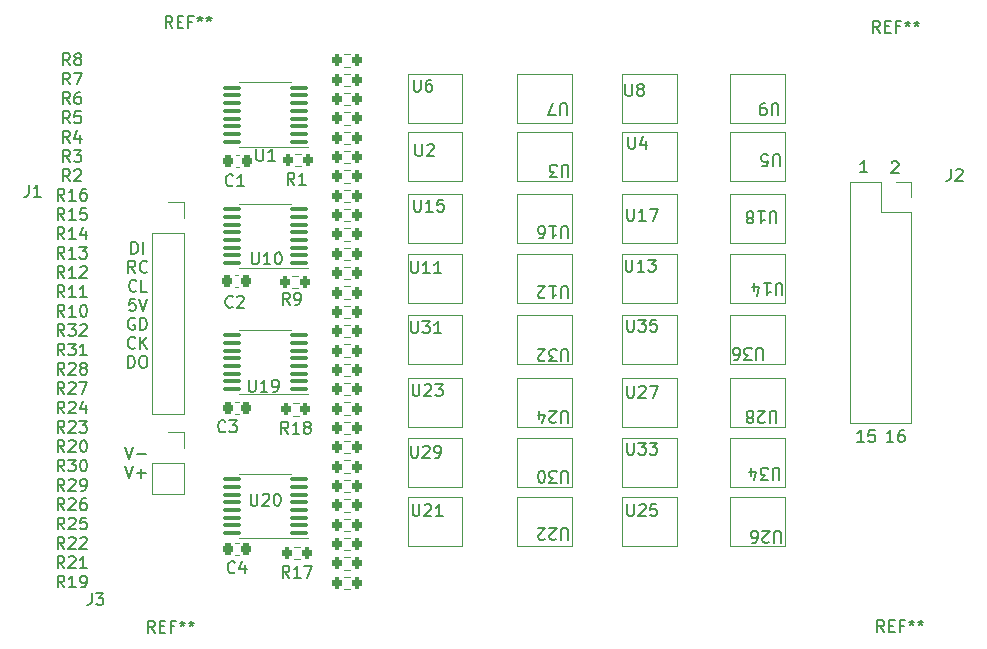
<source format=gto>
G04 #@! TF.GenerationSoftware,KiCad,Pcbnew,(6.0.8)*
G04 #@! TF.CreationDate,2022-11-26T10:26:50-06:00*
G04 #@! TF.ProjectId,photo_switching,70686f74-6f5f-4737-9769-746368696e67,rev?*
G04 #@! TF.SameCoordinates,Original*
G04 #@! TF.FileFunction,Legend,Top*
G04 #@! TF.FilePolarity,Positive*
%FSLAX46Y46*%
G04 Gerber Fmt 4.6, Leading zero omitted, Abs format (unit mm)*
G04 Created by KiCad (PCBNEW (6.0.8)) date 2022-11-26 10:26:50*
%MOMM*%
%LPD*%
G01*
G04 APERTURE LIST*
G04 Aperture macros list*
%AMRoundRect*
0 Rectangle with rounded corners*
0 $1 Rounding radius*
0 $2 $3 $4 $5 $6 $7 $8 $9 X,Y pos of 4 corners*
0 Add a 4 corners polygon primitive as box body*
4,1,4,$2,$3,$4,$5,$6,$7,$8,$9,$2,$3,0*
0 Add four circle primitives for the rounded corners*
1,1,$1+$1,$2,$3*
1,1,$1+$1,$4,$5*
1,1,$1+$1,$6,$7*
1,1,$1+$1,$8,$9*
0 Add four rect primitives between the rounded corners*
20,1,$1+$1,$2,$3,$4,$5,0*
20,1,$1+$1,$4,$5,$6,$7,0*
20,1,$1+$1,$6,$7,$8,$9,0*
20,1,$1+$1,$8,$9,$2,$3,0*%
G04 Aperture macros list end*
%ADD10C,0.200000*%
%ADD11C,0.150000*%
%ADD12C,0.120000*%
%ADD13RoundRect,0.200000X-0.200000X-0.275000X0.200000X-0.275000X0.200000X0.275000X-0.200000X0.275000X0*%
%ADD14RoundRect,0.225000X-0.225000X-0.250000X0.225000X-0.250000X0.225000X0.250000X-0.225000X0.250000X0*%
%ADD15R,1.200000X0.800000*%
%ADD16O,1.700000X1.700000*%
%ADD17R,1.700000X1.700000*%
%ADD18C,2.200000*%
%ADD19RoundRect,0.100000X0.637500X0.100000X-0.637500X0.100000X-0.637500X-0.100000X0.637500X-0.100000X0*%
G04 APERTURE END LIST*
D10*
X150337523Y-96279380D02*
X149766095Y-96279380D01*
X150051809Y-96279380D02*
X150051809Y-95279380D01*
X149956571Y-95422238D01*
X149861333Y-95517476D01*
X149766095Y-95565095D01*
X151194666Y-95279380D02*
X151004190Y-95279380D01*
X150908952Y-95327000D01*
X150861333Y-95374619D01*
X150766095Y-95517476D01*
X150718476Y-95707952D01*
X150718476Y-96088904D01*
X150766095Y-96184142D01*
X150813714Y-96231761D01*
X150908952Y-96279380D01*
X151099428Y-96279380D01*
X151194666Y-96231761D01*
X151242285Y-96184142D01*
X151289904Y-96088904D01*
X151289904Y-95850809D01*
X151242285Y-95755571D01*
X151194666Y-95707952D01*
X151099428Y-95660333D01*
X150908952Y-95660333D01*
X150813714Y-95707952D01*
X150766095Y-95755571D01*
X150718476Y-95850809D01*
X148113714Y-73434380D02*
X147542285Y-73434380D01*
X147828000Y-73434380D02*
X147828000Y-72434380D01*
X147732761Y-72577238D01*
X147637523Y-72672476D01*
X147542285Y-72720095D01*
X85823000Y-80345380D02*
X85823000Y-79345380D01*
X86061095Y-79345380D01*
X86203952Y-79393000D01*
X86299190Y-79488238D01*
X86346809Y-79583476D01*
X86394428Y-79773952D01*
X86394428Y-79916809D01*
X86346809Y-80107285D01*
X86299190Y-80202523D01*
X86203952Y-80297761D01*
X86061095Y-80345380D01*
X85823000Y-80345380D01*
X86823000Y-80345380D02*
X86823000Y-79345380D01*
X86132523Y-81955380D02*
X85799190Y-81479190D01*
X85561095Y-81955380D02*
X85561095Y-80955380D01*
X85942047Y-80955380D01*
X86037285Y-81003000D01*
X86084904Y-81050619D01*
X86132523Y-81145857D01*
X86132523Y-81288714D01*
X86084904Y-81383952D01*
X86037285Y-81431571D01*
X85942047Y-81479190D01*
X85561095Y-81479190D01*
X87132523Y-81860142D02*
X87084904Y-81907761D01*
X86942047Y-81955380D01*
X86846809Y-81955380D01*
X86703952Y-81907761D01*
X86608714Y-81812523D01*
X86561095Y-81717285D01*
X86513476Y-81526809D01*
X86513476Y-81383952D01*
X86561095Y-81193476D01*
X86608714Y-81098238D01*
X86703952Y-81003000D01*
X86846809Y-80955380D01*
X86942047Y-80955380D01*
X87084904Y-81003000D01*
X87132523Y-81050619D01*
X86227761Y-83470142D02*
X86180142Y-83517761D01*
X86037285Y-83565380D01*
X85942047Y-83565380D01*
X85799190Y-83517761D01*
X85703952Y-83422523D01*
X85656333Y-83327285D01*
X85608714Y-83136809D01*
X85608714Y-82993952D01*
X85656333Y-82803476D01*
X85703952Y-82708238D01*
X85799190Y-82613000D01*
X85942047Y-82565380D01*
X86037285Y-82565380D01*
X86180142Y-82613000D01*
X86227761Y-82660619D01*
X87132523Y-83565380D02*
X86656333Y-83565380D01*
X86656333Y-82565380D01*
X86132523Y-84175380D02*
X85656333Y-84175380D01*
X85608714Y-84651571D01*
X85656333Y-84603952D01*
X85751571Y-84556333D01*
X85989666Y-84556333D01*
X86084904Y-84603952D01*
X86132523Y-84651571D01*
X86180142Y-84746809D01*
X86180142Y-84984904D01*
X86132523Y-85080142D01*
X86084904Y-85127761D01*
X85989666Y-85175380D01*
X85751571Y-85175380D01*
X85656333Y-85127761D01*
X85608714Y-85080142D01*
X86465857Y-84175380D02*
X86799190Y-85175380D01*
X87132523Y-84175380D01*
X86084904Y-85833000D02*
X85989666Y-85785380D01*
X85846809Y-85785380D01*
X85703952Y-85833000D01*
X85608714Y-85928238D01*
X85561095Y-86023476D01*
X85513476Y-86213952D01*
X85513476Y-86356809D01*
X85561095Y-86547285D01*
X85608714Y-86642523D01*
X85703952Y-86737761D01*
X85846809Y-86785380D01*
X85942047Y-86785380D01*
X86084904Y-86737761D01*
X86132523Y-86690142D01*
X86132523Y-86356809D01*
X85942047Y-86356809D01*
X86561095Y-86785380D02*
X86561095Y-85785380D01*
X86799190Y-85785380D01*
X86942047Y-85833000D01*
X87037285Y-85928238D01*
X87084904Y-86023476D01*
X87132523Y-86213952D01*
X87132523Y-86356809D01*
X87084904Y-86547285D01*
X87037285Y-86642523D01*
X86942047Y-86737761D01*
X86799190Y-86785380D01*
X86561095Y-86785380D01*
X86132523Y-88300142D02*
X86084904Y-88347761D01*
X85942047Y-88395380D01*
X85846809Y-88395380D01*
X85703952Y-88347761D01*
X85608714Y-88252523D01*
X85561095Y-88157285D01*
X85513476Y-87966809D01*
X85513476Y-87823952D01*
X85561095Y-87633476D01*
X85608714Y-87538238D01*
X85703952Y-87443000D01*
X85846809Y-87395380D01*
X85942047Y-87395380D01*
X86084904Y-87443000D01*
X86132523Y-87490619D01*
X86561095Y-88395380D02*
X86561095Y-87395380D01*
X87132523Y-88395380D02*
X86703952Y-87823952D01*
X87132523Y-87395380D02*
X86561095Y-87966809D01*
X85537285Y-90005380D02*
X85537285Y-89005380D01*
X85775380Y-89005380D01*
X85918238Y-89053000D01*
X86013476Y-89148238D01*
X86061095Y-89243476D01*
X86108714Y-89433952D01*
X86108714Y-89576809D01*
X86061095Y-89767285D01*
X86013476Y-89862523D01*
X85918238Y-89957761D01*
X85775380Y-90005380D01*
X85537285Y-90005380D01*
X86727761Y-89005380D02*
X86918238Y-89005380D01*
X87013476Y-89053000D01*
X87108714Y-89148238D01*
X87156333Y-89338714D01*
X87156333Y-89672047D01*
X87108714Y-89862523D01*
X87013476Y-89957761D01*
X86918238Y-90005380D01*
X86727761Y-90005380D01*
X86632523Y-89957761D01*
X86537285Y-89862523D01*
X86489666Y-89672047D01*
X86489666Y-89338714D01*
X86537285Y-89148238D01*
X86632523Y-89053000D01*
X86727761Y-89005380D01*
X147837523Y-96284380D02*
X147266095Y-96284380D01*
X147551809Y-96284380D02*
X147551809Y-95284380D01*
X147456571Y-95427238D01*
X147361333Y-95522476D01*
X147266095Y-95570095D01*
X148742285Y-95284380D02*
X148266095Y-95284380D01*
X148218476Y-95760571D01*
X148266095Y-95712952D01*
X148361333Y-95665333D01*
X148599428Y-95665333D01*
X148694666Y-95712952D01*
X148742285Y-95760571D01*
X148789904Y-95855809D01*
X148789904Y-96093904D01*
X148742285Y-96189142D01*
X148694666Y-96236761D01*
X148599428Y-96284380D01*
X148361333Y-96284380D01*
X148266095Y-96236761D01*
X148218476Y-96189142D01*
X150192285Y-72629619D02*
X150239904Y-72582000D01*
X150335142Y-72534380D01*
X150573238Y-72534380D01*
X150668476Y-72582000D01*
X150716095Y-72629619D01*
X150763714Y-72724857D01*
X150763714Y-72820095D01*
X150716095Y-72962952D01*
X150144666Y-73534380D01*
X150763714Y-73534380D01*
X85280619Y-96691380D02*
X85613952Y-97691380D01*
X85947285Y-96691380D01*
X86280619Y-97310428D02*
X87042523Y-97310428D01*
X85280619Y-98301380D02*
X85613952Y-99301380D01*
X85947285Y-98301380D01*
X86280619Y-98920428D02*
X87042523Y-98920428D01*
X86661571Y-99301380D02*
X86661571Y-98539476D01*
D11*
X80135142Y-87316268D02*
X79801809Y-86840078D01*
X79563714Y-87316268D02*
X79563714Y-86316268D01*
X79944666Y-86316268D01*
X80039904Y-86363888D01*
X80087523Y-86411507D01*
X80135142Y-86506745D01*
X80135142Y-86649602D01*
X80087523Y-86744840D01*
X80039904Y-86792459D01*
X79944666Y-86840078D01*
X79563714Y-86840078D01*
X80468476Y-86316268D02*
X81087523Y-86316268D01*
X80754190Y-86697221D01*
X80897047Y-86697221D01*
X80992285Y-86744840D01*
X81039904Y-86792459D01*
X81087523Y-86887697D01*
X81087523Y-87125792D01*
X81039904Y-87221030D01*
X80992285Y-87268649D01*
X80897047Y-87316268D01*
X80611333Y-87316268D01*
X80516095Y-87268649D01*
X80468476Y-87221030D01*
X81468476Y-86411507D02*
X81516095Y-86363888D01*
X81611333Y-86316268D01*
X81849428Y-86316268D01*
X81944666Y-86363888D01*
X81992285Y-86411507D01*
X82039904Y-86506745D01*
X82039904Y-86601983D01*
X81992285Y-86744840D01*
X81420857Y-87316268D01*
X82039904Y-87316268D01*
X80135142Y-88954260D02*
X79801809Y-88478070D01*
X79563714Y-88954260D02*
X79563714Y-87954260D01*
X79944666Y-87954260D01*
X80039904Y-88001880D01*
X80087523Y-88049499D01*
X80135142Y-88144737D01*
X80135142Y-88287594D01*
X80087523Y-88382832D01*
X80039904Y-88430451D01*
X79944666Y-88478070D01*
X79563714Y-88478070D01*
X80468476Y-87954260D02*
X81087523Y-87954260D01*
X80754190Y-88335213D01*
X80897047Y-88335213D01*
X80992285Y-88382832D01*
X81039904Y-88430451D01*
X81087523Y-88525689D01*
X81087523Y-88763784D01*
X81039904Y-88859022D01*
X80992285Y-88906641D01*
X80897047Y-88954260D01*
X80611333Y-88954260D01*
X80516095Y-88906641D01*
X80468476Y-88859022D01*
X82039904Y-88954260D02*
X81468476Y-88954260D01*
X81754190Y-88954260D02*
X81754190Y-87954260D01*
X81658952Y-88097118D01*
X81563714Y-88192356D01*
X81468476Y-88239975D01*
X80135142Y-98782212D02*
X79801809Y-98306022D01*
X79563714Y-98782212D02*
X79563714Y-97782212D01*
X79944666Y-97782212D01*
X80039904Y-97829832D01*
X80087523Y-97877451D01*
X80135142Y-97972689D01*
X80135142Y-98115546D01*
X80087523Y-98210784D01*
X80039904Y-98258403D01*
X79944666Y-98306022D01*
X79563714Y-98306022D01*
X80468476Y-97782212D02*
X81087523Y-97782212D01*
X80754190Y-98163165D01*
X80897047Y-98163165D01*
X80992285Y-98210784D01*
X81039904Y-98258403D01*
X81087523Y-98353641D01*
X81087523Y-98591736D01*
X81039904Y-98686974D01*
X80992285Y-98734593D01*
X80897047Y-98782212D01*
X80611333Y-98782212D01*
X80516095Y-98734593D01*
X80468476Y-98686974D01*
X81706571Y-97782212D02*
X81801809Y-97782212D01*
X81897047Y-97829832D01*
X81944666Y-97877451D01*
X81992285Y-97972689D01*
X82039904Y-98163165D01*
X82039904Y-98401260D01*
X81992285Y-98591736D01*
X81944666Y-98686974D01*
X81897047Y-98734593D01*
X81801809Y-98782212D01*
X81706571Y-98782212D01*
X81611333Y-98734593D01*
X81563714Y-98686974D01*
X81516095Y-98591736D01*
X81468476Y-98401260D01*
X81468476Y-98163165D01*
X81516095Y-97972689D01*
X81563714Y-97877451D01*
X81611333Y-97829832D01*
X81706571Y-97782212D01*
X80135142Y-100420204D02*
X79801809Y-99944014D01*
X79563714Y-100420204D02*
X79563714Y-99420204D01*
X79944666Y-99420204D01*
X80039904Y-99467824D01*
X80087523Y-99515443D01*
X80135142Y-99610681D01*
X80135142Y-99753538D01*
X80087523Y-99848776D01*
X80039904Y-99896395D01*
X79944666Y-99944014D01*
X79563714Y-99944014D01*
X80516095Y-99515443D02*
X80563714Y-99467824D01*
X80658952Y-99420204D01*
X80897047Y-99420204D01*
X80992285Y-99467824D01*
X81039904Y-99515443D01*
X81087523Y-99610681D01*
X81087523Y-99705919D01*
X81039904Y-99848776D01*
X80468476Y-100420204D01*
X81087523Y-100420204D01*
X81563714Y-100420204D02*
X81754190Y-100420204D01*
X81849428Y-100372585D01*
X81897047Y-100324966D01*
X81992285Y-100182109D01*
X82039904Y-99991633D01*
X82039904Y-99610681D01*
X81992285Y-99515443D01*
X81944666Y-99467824D01*
X81849428Y-99420204D01*
X81658952Y-99420204D01*
X81563714Y-99467824D01*
X81516095Y-99515443D01*
X81468476Y-99610681D01*
X81468476Y-99848776D01*
X81516095Y-99944014D01*
X81563714Y-99991633D01*
X81658952Y-100039252D01*
X81849428Y-100039252D01*
X81944666Y-99991633D01*
X81992285Y-99944014D01*
X82039904Y-99848776D01*
X80135142Y-90592252D02*
X79801809Y-90116062D01*
X79563714Y-90592252D02*
X79563714Y-89592252D01*
X79944666Y-89592252D01*
X80039904Y-89639872D01*
X80087523Y-89687491D01*
X80135142Y-89782729D01*
X80135142Y-89925586D01*
X80087523Y-90020824D01*
X80039904Y-90068443D01*
X79944666Y-90116062D01*
X79563714Y-90116062D01*
X80516095Y-89687491D02*
X80563714Y-89639872D01*
X80658952Y-89592252D01*
X80897047Y-89592252D01*
X80992285Y-89639872D01*
X81039904Y-89687491D01*
X81087523Y-89782729D01*
X81087523Y-89877967D01*
X81039904Y-90020824D01*
X80468476Y-90592252D01*
X81087523Y-90592252D01*
X81658952Y-90020824D02*
X81563714Y-89973205D01*
X81516095Y-89925586D01*
X81468476Y-89830348D01*
X81468476Y-89782729D01*
X81516095Y-89687491D01*
X81563714Y-89639872D01*
X81658952Y-89592252D01*
X81849428Y-89592252D01*
X81944666Y-89639872D01*
X81992285Y-89687491D01*
X82039904Y-89782729D01*
X82039904Y-89830348D01*
X81992285Y-89925586D01*
X81944666Y-89973205D01*
X81849428Y-90020824D01*
X81658952Y-90020824D01*
X81563714Y-90068443D01*
X81516095Y-90116062D01*
X81468476Y-90211300D01*
X81468476Y-90401776D01*
X81516095Y-90497014D01*
X81563714Y-90544633D01*
X81658952Y-90592252D01*
X81849428Y-90592252D01*
X81944666Y-90544633D01*
X81992285Y-90497014D01*
X82039904Y-90401776D01*
X82039904Y-90211300D01*
X81992285Y-90116062D01*
X81944666Y-90068443D01*
X81849428Y-90020824D01*
X80135142Y-92230244D02*
X79801809Y-91754054D01*
X79563714Y-92230244D02*
X79563714Y-91230244D01*
X79944666Y-91230244D01*
X80039904Y-91277864D01*
X80087523Y-91325483D01*
X80135142Y-91420721D01*
X80135142Y-91563578D01*
X80087523Y-91658816D01*
X80039904Y-91706435D01*
X79944666Y-91754054D01*
X79563714Y-91754054D01*
X80516095Y-91325483D02*
X80563714Y-91277864D01*
X80658952Y-91230244D01*
X80897047Y-91230244D01*
X80992285Y-91277864D01*
X81039904Y-91325483D01*
X81087523Y-91420721D01*
X81087523Y-91515959D01*
X81039904Y-91658816D01*
X80468476Y-92230244D01*
X81087523Y-92230244D01*
X81420857Y-91230244D02*
X82087523Y-91230244D01*
X81658952Y-92230244D01*
X80135142Y-102058196D02*
X79801809Y-101582006D01*
X79563714Y-102058196D02*
X79563714Y-101058196D01*
X79944666Y-101058196D01*
X80039904Y-101105816D01*
X80087523Y-101153435D01*
X80135142Y-101248673D01*
X80135142Y-101391530D01*
X80087523Y-101486768D01*
X80039904Y-101534387D01*
X79944666Y-101582006D01*
X79563714Y-101582006D01*
X80516095Y-101153435D02*
X80563714Y-101105816D01*
X80658952Y-101058196D01*
X80897047Y-101058196D01*
X80992285Y-101105816D01*
X81039904Y-101153435D01*
X81087523Y-101248673D01*
X81087523Y-101343911D01*
X81039904Y-101486768D01*
X80468476Y-102058196D01*
X81087523Y-102058196D01*
X81944666Y-101058196D02*
X81754190Y-101058196D01*
X81658952Y-101105816D01*
X81611333Y-101153435D01*
X81516095Y-101296292D01*
X81468476Y-101486768D01*
X81468476Y-101867720D01*
X81516095Y-101962958D01*
X81563714Y-102010577D01*
X81658952Y-102058196D01*
X81849428Y-102058196D01*
X81944666Y-102010577D01*
X81992285Y-101962958D01*
X82039904Y-101867720D01*
X82039904Y-101629625D01*
X81992285Y-101534387D01*
X81944666Y-101486768D01*
X81849428Y-101439149D01*
X81658952Y-101439149D01*
X81563714Y-101486768D01*
X81516095Y-101534387D01*
X81468476Y-101629625D01*
X80135142Y-103696188D02*
X79801809Y-103219998D01*
X79563714Y-103696188D02*
X79563714Y-102696188D01*
X79944666Y-102696188D01*
X80039904Y-102743808D01*
X80087523Y-102791427D01*
X80135142Y-102886665D01*
X80135142Y-103029522D01*
X80087523Y-103124760D01*
X80039904Y-103172379D01*
X79944666Y-103219998D01*
X79563714Y-103219998D01*
X80516095Y-102791427D02*
X80563714Y-102743808D01*
X80658952Y-102696188D01*
X80897047Y-102696188D01*
X80992285Y-102743808D01*
X81039904Y-102791427D01*
X81087523Y-102886665D01*
X81087523Y-102981903D01*
X81039904Y-103124760D01*
X80468476Y-103696188D01*
X81087523Y-103696188D01*
X81992285Y-102696188D02*
X81516095Y-102696188D01*
X81468476Y-103172379D01*
X81516095Y-103124760D01*
X81611333Y-103077141D01*
X81849428Y-103077141D01*
X81944666Y-103124760D01*
X81992285Y-103172379D01*
X82039904Y-103267617D01*
X82039904Y-103505712D01*
X81992285Y-103600950D01*
X81944666Y-103648569D01*
X81849428Y-103696188D01*
X81611333Y-103696188D01*
X81516095Y-103648569D01*
X81468476Y-103600950D01*
X80135142Y-93868236D02*
X79801809Y-93392046D01*
X79563714Y-93868236D02*
X79563714Y-92868236D01*
X79944666Y-92868236D01*
X80039904Y-92915856D01*
X80087523Y-92963475D01*
X80135142Y-93058713D01*
X80135142Y-93201570D01*
X80087523Y-93296808D01*
X80039904Y-93344427D01*
X79944666Y-93392046D01*
X79563714Y-93392046D01*
X80516095Y-92963475D02*
X80563714Y-92915856D01*
X80658952Y-92868236D01*
X80897047Y-92868236D01*
X80992285Y-92915856D01*
X81039904Y-92963475D01*
X81087523Y-93058713D01*
X81087523Y-93153951D01*
X81039904Y-93296808D01*
X80468476Y-93868236D01*
X81087523Y-93868236D01*
X81944666Y-93201570D02*
X81944666Y-93868236D01*
X81706571Y-92820617D02*
X81468476Y-93534903D01*
X82087523Y-93534903D01*
X80135142Y-95506228D02*
X79801809Y-95030038D01*
X79563714Y-95506228D02*
X79563714Y-94506228D01*
X79944666Y-94506228D01*
X80039904Y-94553848D01*
X80087523Y-94601467D01*
X80135142Y-94696705D01*
X80135142Y-94839562D01*
X80087523Y-94934800D01*
X80039904Y-94982419D01*
X79944666Y-95030038D01*
X79563714Y-95030038D01*
X80516095Y-94601467D02*
X80563714Y-94553848D01*
X80658952Y-94506228D01*
X80897047Y-94506228D01*
X80992285Y-94553848D01*
X81039904Y-94601467D01*
X81087523Y-94696705D01*
X81087523Y-94791943D01*
X81039904Y-94934800D01*
X80468476Y-95506228D01*
X81087523Y-95506228D01*
X81420857Y-94506228D02*
X82039904Y-94506228D01*
X81706571Y-94887181D01*
X81849428Y-94887181D01*
X81944666Y-94934800D01*
X81992285Y-94982419D01*
X82039904Y-95077657D01*
X82039904Y-95315752D01*
X81992285Y-95410990D01*
X81944666Y-95458609D01*
X81849428Y-95506228D01*
X81563714Y-95506228D01*
X81468476Y-95458609D01*
X81420857Y-95410990D01*
X80135142Y-105334180D02*
X79801809Y-104857990D01*
X79563714Y-105334180D02*
X79563714Y-104334180D01*
X79944666Y-104334180D01*
X80039904Y-104381800D01*
X80087523Y-104429419D01*
X80135142Y-104524657D01*
X80135142Y-104667514D01*
X80087523Y-104762752D01*
X80039904Y-104810371D01*
X79944666Y-104857990D01*
X79563714Y-104857990D01*
X80516095Y-104429419D02*
X80563714Y-104381800D01*
X80658952Y-104334180D01*
X80897047Y-104334180D01*
X80992285Y-104381800D01*
X81039904Y-104429419D01*
X81087523Y-104524657D01*
X81087523Y-104619895D01*
X81039904Y-104762752D01*
X80468476Y-105334180D01*
X81087523Y-105334180D01*
X81468476Y-104429419D02*
X81516095Y-104381800D01*
X81611333Y-104334180D01*
X81849428Y-104334180D01*
X81944666Y-104381800D01*
X81992285Y-104429419D01*
X82039904Y-104524657D01*
X82039904Y-104619895D01*
X81992285Y-104762752D01*
X81420857Y-105334180D01*
X82039904Y-105334180D01*
X80135142Y-106972172D02*
X79801809Y-106495982D01*
X79563714Y-106972172D02*
X79563714Y-105972172D01*
X79944666Y-105972172D01*
X80039904Y-106019792D01*
X80087523Y-106067411D01*
X80135142Y-106162649D01*
X80135142Y-106305506D01*
X80087523Y-106400744D01*
X80039904Y-106448363D01*
X79944666Y-106495982D01*
X79563714Y-106495982D01*
X80516095Y-106067411D02*
X80563714Y-106019792D01*
X80658952Y-105972172D01*
X80897047Y-105972172D01*
X80992285Y-106019792D01*
X81039904Y-106067411D01*
X81087523Y-106162649D01*
X81087523Y-106257887D01*
X81039904Y-106400744D01*
X80468476Y-106972172D01*
X81087523Y-106972172D01*
X82039904Y-106972172D02*
X81468476Y-106972172D01*
X81754190Y-106972172D02*
X81754190Y-105972172D01*
X81658952Y-106115030D01*
X81563714Y-106210268D01*
X81468476Y-106257887D01*
X80135142Y-97144220D02*
X79801809Y-96668030D01*
X79563714Y-97144220D02*
X79563714Y-96144220D01*
X79944666Y-96144220D01*
X80039904Y-96191840D01*
X80087523Y-96239459D01*
X80135142Y-96334697D01*
X80135142Y-96477554D01*
X80087523Y-96572792D01*
X80039904Y-96620411D01*
X79944666Y-96668030D01*
X79563714Y-96668030D01*
X80516095Y-96239459D02*
X80563714Y-96191840D01*
X80658952Y-96144220D01*
X80897047Y-96144220D01*
X80992285Y-96191840D01*
X81039904Y-96239459D01*
X81087523Y-96334697D01*
X81087523Y-96429935D01*
X81039904Y-96572792D01*
X80468476Y-97144220D01*
X81087523Y-97144220D01*
X81706571Y-96144220D02*
X81801809Y-96144220D01*
X81897047Y-96191840D01*
X81944666Y-96239459D01*
X81992285Y-96334697D01*
X82039904Y-96525173D01*
X82039904Y-96763268D01*
X81992285Y-96953744D01*
X81944666Y-97048982D01*
X81897047Y-97096601D01*
X81801809Y-97144220D01*
X81706571Y-97144220D01*
X81611333Y-97096601D01*
X81563714Y-97048982D01*
X81516095Y-96953744D01*
X81468476Y-96763268D01*
X81468476Y-96525173D01*
X81516095Y-96334697D01*
X81563714Y-96239459D01*
X81611333Y-96191840D01*
X81706571Y-96144220D01*
X80135142Y-108610170D02*
X79801809Y-108133980D01*
X79563714Y-108610170D02*
X79563714Y-107610170D01*
X79944666Y-107610170D01*
X80039904Y-107657790D01*
X80087523Y-107705409D01*
X80135142Y-107800647D01*
X80135142Y-107943504D01*
X80087523Y-108038742D01*
X80039904Y-108086361D01*
X79944666Y-108133980D01*
X79563714Y-108133980D01*
X81087523Y-108610170D02*
X80516095Y-108610170D01*
X80801809Y-108610170D02*
X80801809Y-107610170D01*
X80706571Y-107753028D01*
X80611333Y-107848266D01*
X80516095Y-107895885D01*
X81563714Y-108610170D02*
X81754190Y-108610170D01*
X81849428Y-108562551D01*
X81897047Y-108514932D01*
X81992285Y-108372075D01*
X82039904Y-108181599D01*
X82039904Y-107800647D01*
X81992285Y-107705409D01*
X81944666Y-107657790D01*
X81849428Y-107610170D01*
X81658952Y-107610170D01*
X81563714Y-107657790D01*
X81516095Y-107705409D01*
X81468476Y-107800647D01*
X81468476Y-108038742D01*
X81516095Y-108133980D01*
X81563714Y-108181599D01*
X81658952Y-108229218D01*
X81849428Y-108229218D01*
X81944666Y-108181599D01*
X81992285Y-108133980D01*
X82039904Y-108038742D01*
X99085142Y-95589380D02*
X98751809Y-95113190D01*
X98513714Y-95589380D02*
X98513714Y-94589380D01*
X98894666Y-94589380D01*
X98989904Y-94637000D01*
X99037523Y-94684619D01*
X99085142Y-94779857D01*
X99085142Y-94922714D01*
X99037523Y-95017952D01*
X98989904Y-95065571D01*
X98894666Y-95113190D01*
X98513714Y-95113190D01*
X100037523Y-95589380D02*
X99466095Y-95589380D01*
X99751809Y-95589380D02*
X99751809Y-94589380D01*
X99656571Y-94732238D01*
X99561333Y-94827476D01*
X99466095Y-94875095D01*
X100608952Y-95017952D02*
X100513714Y-94970333D01*
X100466095Y-94922714D01*
X100418476Y-94827476D01*
X100418476Y-94779857D01*
X100466095Y-94684619D01*
X100513714Y-94637000D01*
X100608952Y-94589380D01*
X100799428Y-94589380D01*
X100894666Y-94637000D01*
X100942285Y-94684619D01*
X100989904Y-94779857D01*
X100989904Y-94827476D01*
X100942285Y-94922714D01*
X100894666Y-94970333D01*
X100799428Y-95017952D01*
X100608952Y-95017952D01*
X100513714Y-95065571D01*
X100466095Y-95113190D01*
X100418476Y-95208428D01*
X100418476Y-95398904D01*
X100466095Y-95494142D01*
X100513714Y-95541761D01*
X100608952Y-95589380D01*
X100799428Y-95589380D01*
X100894666Y-95541761D01*
X100942285Y-95494142D01*
X100989904Y-95398904D01*
X100989904Y-95208428D01*
X100942285Y-95113190D01*
X100894666Y-95065571D01*
X100799428Y-95017952D01*
X99185142Y-107781380D02*
X98851809Y-107305190D01*
X98613714Y-107781380D02*
X98613714Y-106781380D01*
X98994666Y-106781380D01*
X99089904Y-106829000D01*
X99137523Y-106876619D01*
X99185142Y-106971857D01*
X99185142Y-107114714D01*
X99137523Y-107209952D01*
X99089904Y-107257571D01*
X98994666Y-107305190D01*
X98613714Y-107305190D01*
X100137523Y-107781380D02*
X99566095Y-107781380D01*
X99851809Y-107781380D02*
X99851809Y-106781380D01*
X99756571Y-106924238D01*
X99661333Y-107019476D01*
X99566095Y-107067095D01*
X100470857Y-106781380D02*
X101137523Y-106781380D01*
X100708952Y-107781380D01*
X80135142Y-75850324D02*
X79801809Y-75374134D01*
X79563714Y-75850324D02*
X79563714Y-74850324D01*
X79944666Y-74850324D01*
X80039904Y-74897944D01*
X80087523Y-74945563D01*
X80135142Y-75040801D01*
X80135142Y-75183658D01*
X80087523Y-75278896D01*
X80039904Y-75326515D01*
X79944666Y-75374134D01*
X79563714Y-75374134D01*
X81087523Y-75850324D02*
X80516095Y-75850324D01*
X80801809Y-75850324D02*
X80801809Y-74850324D01*
X80706571Y-74993182D01*
X80611333Y-75088420D01*
X80516095Y-75136039D01*
X81944666Y-74850324D02*
X81754190Y-74850324D01*
X81658952Y-74897944D01*
X81611333Y-74945563D01*
X81516095Y-75088420D01*
X81468476Y-75278896D01*
X81468476Y-75659848D01*
X81516095Y-75755086D01*
X81563714Y-75802705D01*
X81658952Y-75850324D01*
X81849428Y-75850324D01*
X81944666Y-75802705D01*
X81992285Y-75755086D01*
X82039904Y-75659848D01*
X82039904Y-75421753D01*
X81992285Y-75326515D01*
X81944666Y-75278896D01*
X81849428Y-75231277D01*
X81658952Y-75231277D01*
X81563714Y-75278896D01*
X81516095Y-75326515D01*
X81468476Y-75421753D01*
X80135142Y-77488316D02*
X79801809Y-77012126D01*
X79563714Y-77488316D02*
X79563714Y-76488316D01*
X79944666Y-76488316D01*
X80039904Y-76535936D01*
X80087523Y-76583555D01*
X80135142Y-76678793D01*
X80135142Y-76821650D01*
X80087523Y-76916888D01*
X80039904Y-76964507D01*
X79944666Y-77012126D01*
X79563714Y-77012126D01*
X81087523Y-77488316D02*
X80516095Y-77488316D01*
X80801809Y-77488316D02*
X80801809Y-76488316D01*
X80706571Y-76631174D01*
X80611333Y-76726412D01*
X80516095Y-76774031D01*
X81992285Y-76488316D02*
X81516095Y-76488316D01*
X81468476Y-76964507D01*
X81516095Y-76916888D01*
X81611333Y-76869269D01*
X81849428Y-76869269D01*
X81944666Y-76916888D01*
X81992285Y-76964507D01*
X82039904Y-77059745D01*
X82039904Y-77297840D01*
X81992285Y-77393078D01*
X81944666Y-77440697D01*
X81849428Y-77488316D01*
X81611333Y-77488316D01*
X81516095Y-77440697D01*
X81468476Y-77393078D01*
X80135142Y-79126308D02*
X79801809Y-78650118D01*
X79563714Y-79126308D02*
X79563714Y-78126308D01*
X79944666Y-78126308D01*
X80039904Y-78173928D01*
X80087523Y-78221547D01*
X80135142Y-78316785D01*
X80135142Y-78459642D01*
X80087523Y-78554880D01*
X80039904Y-78602499D01*
X79944666Y-78650118D01*
X79563714Y-78650118D01*
X81087523Y-79126308D02*
X80516095Y-79126308D01*
X80801809Y-79126308D02*
X80801809Y-78126308D01*
X80706571Y-78269166D01*
X80611333Y-78364404D01*
X80516095Y-78412023D01*
X81944666Y-78459642D02*
X81944666Y-79126308D01*
X81706571Y-78078689D02*
X81468476Y-78792975D01*
X82087523Y-78792975D01*
X80135142Y-80764300D02*
X79801809Y-80288110D01*
X79563714Y-80764300D02*
X79563714Y-79764300D01*
X79944666Y-79764300D01*
X80039904Y-79811920D01*
X80087523Y-79859539D01*
X80135142Y-79954777D01*
X80135142Y-80097634D01*
X80087523Y-80192872D01*
X80039904Y-80240491D01*
X79944666Y-80288110D01*
X79563714Y-80288110D01*
X81087523Y-80764300D02*
X80516095Y-80764300D01*
X80801809Y-80764300D02*
X80801809Y-79764300D01*
X80706571Y-79907158D01*
X80611333Y-80002396D01*
X80516095Y-80050015D01*
X81420857Y-79764300D02*
X82039904Y-79764300D01*
X81706571Y-80145253D01*
X81849428Y-80145253D01*
X81944666Y-80192872D01*
X81992285Y-80240491D01*
X82039904Y-80335729D01*
X82039904Y-80573824D01*
X81992285Y-80669062D01*
X81944666Y-80716681D01*
X81849428Y-80764300D01*
X81563714Y-80764300D01*
X81468476Y-80716681D01*
X81420857Y-80669062D01*
X80135142Y-82402292D02*
X79801809Y-81926102D01*
X79563714Y-82402292D02*
X79563714Y-81402292D01*
X79944666Y-81402292D01*
X80039904Y-81449912D01*
X80087523Y-81497531D01*
X80135142Y-81592769D01*
X80135142Y-81735626D01*
X80087523Y-81830864D01*
X80039904Y-81878483D01*
X79944666Y-81926102D01*
X79563714Y-81926102D01*
X81087523Y-82402292D02*
X80516095Y-82402292D01*
X80801809Y-82402292D02*
X80801809Y-81402292D01*
X80706571Y-81545150D01*
X80611333Y-81640388D01*
X80516095Y-81688007D01*
X81468476Y-81497531D02*
X81516095Y-81449912D01*
X81611333Y-81402292D01*
X81849428Y-81402292D01*
X81944666Y-81449912D01*
X81992285Y-81497531D01*
X82039904Y-81592769D01*
X82039904Y-81688007D01*
X81992285Y-81830864D01*
X81420857Y-82402292D01*
X82039904Y-82402292D01*
X80135142Y-84040284D02*
X79801809Y-83564094D01*
X79563714Y-84040284D02*
X79563714Y-83040284D01*
X79944666Y-83040284D01*
X80039904Y-83087904D01*
X80087523Y-83135523D01*
X80135142Y-83230761D01*
X80135142Y-83373618D01*
X80087523Y-83468856D01*
X80039904Y-83516475D01*
X79944666Y-83564094D01*
X79563714Y-83564094D01*
X81087523Y-84040284D02*
X80516095Y-84040284D01*
X80801809Y-84040284D02*
X80801809Y-83040284D01*
X80706571Y-83183142D01*
X80611333Y-83278380D01*
X80516095Y-83325999D01*
X82039904Y-84040284D02*
X81468476Y-84040284D01*
X81754190Y-84040284D02*
X81754190Y-83040284D01*
X81658952Y-83183142D01*
X81563714Y-83278380D01*
X81468476Y-83325999D01*
X80135142Y-85678276D02*
X79801809Y-85202086D01*
X79563714Y-85678276D02*
X79563714Y-84678276D01*
X79944666Y-84678276D01*
X80039904Y-84725896D01*
X80087523Y-84773515D01*
X80135142Y-84868753D01*
X80135142Y-85011610D01*
X80087523Y-85106848D01*
X80039904Y-85154467D01*
X79944666Y-85202086D01*
X79563714Y-85202086D01*
X81087523Y-85678276D02*
X80516095Y-85678276D01*
X80801809Y-85678276D02*
X80801809Y-84678276D01*
X80706571Y-84821134D01*
X80611333Y-84916372D01*
X80516095Y-84963991D01*
X81706571Y-84678276D02*
X81801809Y-84678276D01*
X81897047Y-84725896D01*
X81944666Y-84773515D01*
X81992285Y-84868753D01*
X82039904Y-85059229D01*
X82039904Y-85297324D01*
X81992285Y-85487800D01*
X81944666Y-85583038D01*
X81897047Y-85630657D01*
X81801809Y-85678276D01*
X81706571Y-85678276D01*
X81611333Y-85630657D01*
X81563714Y-85583038D01*
X81516095Y-85487800D01*
X81468476Y-85297324D01*
X81468476Y-85059229D01*
X81516095Y-84868753D01*
X81563714Y-84773515D01*
X81611333Y-84725896D01*
X81706571Y-84678276D01*
X99202333Y-84667380D02*
X98869000Y-84191190D01*
X98630904Y-84667380D02*
X98630904Y-83667380D01*
X99011857Y-83667380D01*
X99107095Y-83715000D01*
X99154714Y-83762619D01*
X99202333Y-83857857D01*
X99202333Y-84000714D01*
X99154714Y-84095952D01*
X99107095Y-84143571D01*
X99011857Y-84191190D01*
X98630904Y-84191190D01*
X99678523Y-84667380D02*
X99869000Y-84667380D01*
X99964238Y-84619761D01*
X100011857Y-84572142D01*
X100107095Y-84429285D01*
X100154714Y-84238809D01*
X100154714Y-83857857D01*
X100107095Y-83762619D01*
X100059476Y-83715000D01*
X99964238Y-83667380D01*
X99773761Y-83667380D01*
X99678523Y-83715000D01*
X99630904Y-83762619D01*
X99583285Y-83857857D01*
X99583285Y-84095952D01*
X99630904Y-84191190D01*
X99678523Y-84238809D01*
X99773761Y-84286428D01*
X99964238Y-84286428D01*
X100059476Y-84238809D01*
X100107095Y-84191190D01*
X100154714Y-84095952D01*
X80611333Y-64384380D02*
X80278000Y-63908190D01*
X80039904Y-64384380D02*
X80039904Y-63384380D01*
X80420857Y-63384380D01*
X80516095Y-63432000D01*
X80563714Y-63479619D01*
X80611333Y-63574857D01*
X80611333Y-63717714D01*
X80563714Y-63812952D01*
X80516095Y-63860571D01*
X80420857Y-63908190D01*
X80039904Y-63908190D01*
X81182761Y-63812952D02*
X81087523Y-63765333D01*
X81039904Y-63717714D01*
X80992285Y-63622476D01*
X80992285Y-63574857D01*
X81039904Y-63479619D01*
X81087523Y-63432000D01*
X81182761Y-63384380D01*
X81373238Y-63384380D01*
X81468476Y-63432000D01*
X81516095Y-63479619D01*
X81563714Y-63574857D01*
X81563714Y-63622476D01*
X81516095Y-63717714D01*
X81468476Y-63765333D01*
X81373238Y-63812952D01*
X81182761Y-63812952D01*
X81087523Y-63860571D01*
X81039904Y-63908190D01*
X80992285Y-64003428D01*
X80992285Y-64193904D01*
X81039904Y-64289142D01*
X81087523Y-64336761D01*
X81182761Y-64384380D01*
X81373238Y-64384380D01*
X81468476Y-64336761D01*
X81516095Y-64289142D01*
X81563714Y-64193904D01*
X81563714Y-64003428D01*
X81516095Y-63908190D01*
X81468476Y-63860571D01*
X81373238Y-63812952D01*
X80611333Y-66022372D02*
X80278000Y-65546182D01*
X80039904Y-66022372D02*
X80039904Y-65022372D01*
X80420857Y-65022372D01*
X80516095Y-65069992D01*
X80563714Y-65117611D01*
X80611333Y-65212849D01*
X80611333Y-65355706D01*
X80563714Y-65450944D01*
X80516095Y-65498563D01*
X80420857Y-65546182D01*
X80039904Y-65546182D01*
X80944666Y-65022372D02*
X81611333Y-65022372D01*
X81182761Y-66022372D01*
X80611333Y-67660364D02*
X80278000Y-67184174D01*
X80039904Y-67660364D02*
X80039904Y-66660364D01*
X80420857Y-66660364D01*
X80516095Y-66707984D01*
X80563714Y-66755603D01*
X80611333Y-66850841D01*
X80611333Y-66993698D01*
X80563714Y-67088936D01*
X80516095Y-67136555D01*
X80420857Y-67184174D01*
X80039904Y-67184174D01*
X81468476Y-66660364D02*
X81278000Y-66660364D01*
X81182761Y-66707984D01*
X81135142Y-66755603D01*
X81039904Y-66898460D01*
X80992285Y-67088936D01*
X80992285Y-67469888D01*
X81039904Y-67565126D01*
X81087523Y-67612745D01*
X81182761Y-67660364D01*
X81373238Y-67660364D01*
X81468476Y-67612745D01*
X81516095Y-67565126D01*
X81563714Y-67469888D01*
X81563714Y-67231793D01*
X81516095Y-67136555D01*
X81468476Y-67088936D01*
X81373238Y-67041317D01*
X81182761Y-67041317D01*
X81087523Y-67088936D01*
X81039904Y-67136555D01*
X80992285Y-67231793D01*
X80611333Y-69298356D02*
X80278000Y-68822166D01*
X80039904Y-69298356D02*
X80039904Y-68298356D01*
X80420857Y-68298356D01*
X80516095Y-68345976D01*
X80563714Y-68393595D01*
X80611333Y-68488833D01*
X80611333Y-68631690D01*
X80563714Y-68726928D01*
X80516095Y-68774547D01*
X80420857Y-68822166D01*
X80039904Y-68822166D01*
X81516095Y-68298356D02*
X81039904Y-68298356D01*
X80992285Y-68774547D01*
X81039904Y-68726928D01*
X81135142Y-68679309D01*
X81373238Y-68679309D01*
X81468476Y-68726928D01*
X81516095Y-68774547D01*
X81563714Y-68869785D01*
X81563714Y-69107880D01*
X81516095Y-69203118D01*
X81468476Y-69250737D01*
X81373238Y-69298356D01*
X81135142Y-69298356D01*
X81039904Y-69250737D01*
X80992285Y-69203118D01*
X80611333Y-70936348D02*
X80278000Y-70460158D01*
X80039904Y-70936348D02*
X80039904Y-69936348D01*
X80420857Y-69936348D01*
X80516095Y-69983968D01*
X80563714Y-70031587D01*
X80611333Y-70126825D01*
X80611333Y-70269682D01*
X80563714Y-70364920D01*
X80516095Y-70412539D01*
X80420857Y-70460158D01*
X80039904Y-70460158D01*
X81468476Y-70269682D02*
X81468476Y-70936348D01*
X81230380Y-69888729D02*
X80992285Y-70603015D01*
X81611333Y-70603015D01*
X80611333Y-72574340D02*
X80278000Y-72098150D01*
X80039904Y-72574340D02*
X80039904Y-71574340D01*
X80420857Y-71574340D01*
X80516095Y-71621960D01*
X80563714Y-71669579D01*
X80611333Y-71764817D01*
X80611333Y-71907674D01*
X80563714Y-72002912D01*
X80516095Y-72050531D01*
X80420857Y-72098150D01*
X80039904Y-72098150D01*
X80944666Y-71574340D02*
X81563714Y-71574340D01*
X81230380Y-71955293D01*
X81373238Y-71955293D01*
X81468476Y-72002912D01*
X81516095Y-72050531D01*
X81563714Y-72145769D01*
X81563714Y-72383864D01*
X81516095Y-72479102D01*
X81468476Y-72526721D01*
X81373238Y-72574340D01*
X81087523Y-72574340D01*
X80992285Y-72526721D01*
X80944666Y-72479102D01*
X80611333Y-74212332D02*
X80278000Y-73736142D01*
X80039904Y-74212332D02*
X80039904Y-73212332D01*
X80420857Y-73212332D01*
X80516095Y-73259952D01*
X80563714Y-73307571D01*
X80611333Y-73402809D01*
X80611333Y-73545666D01*
X80563714Y-73640904D01*
X80516095Y-73688523D01*
X80420857Y-73736142D01*
X80039904Y-73736142D01*
X80992285Y-73307571D02*
X81039904Y-73259952D01*
X81135142Y-73212332D01*
X81373238Y-73212332D01*
X81468476Y-73259952D01*
X81516095Y-73307571D01*
X81563714Y-73402809D01*
X81563714Y-73498047D01*
X81516095Y-73640904D01*
X80944666Y-74212332D01*
X81563714Y-74212332D01*
X99618333Y-74507380D02*
X99285000Y-74031190D01*
X99046904Y-74507380D02*
X99046904Y-73507380D01*
X99427857Y-73507380D01*
X99523095Y-73555000D01*
X99570714Y-73602619D01*
X99618333Y-73697857D01*
X99618333Y-73840714D01*
X99570714Y-73935952D01*
X99523095Y-73983571D01*
X99427857Y-74031190D01*
X99046904Y-74031190D01*
X100570714Y-74507380D02*
X99999285Y-74507380D01*
X100285000Y-74507380D02*
X100285000Y-73507380D01*
X100189761Y-73650238D01*
X100094523Y-73745476D01*
X99999285Y-73793095D01*
X94586333Y-107305142D02*
X94538714Y-107352761D01*
X94395857Y-107400380D01*
X94300619Y-107400380D01*
X94157761Y-107352761D01*
X94062523Y-107257523D01*
X94014904Y-107162285D01*
X93967285Y-106971809D01*
X93967285Y-106828952D01*
X94014904Y-106638476D01*
X94062523Y-106543238D01*
X94157761Y-106448000D01*
X94300619Y-106400380D01*
X94395857Y-106400380D01*
X94538714Y-106448000D01*
X94586333Y-106495619D01*
X95443476Y-106733714D02*
X95443476Y-107400380D01*
X95205380Y-106352761D02*
X94967285Y-107067047D01*
X95586333Y-107067047D01*
X93776333Y-95367142D02*
X93728714Y-95414761D01*
X93585857Y-95462380D01*
X93490619Y-95462380D01*
X93347761Y-95414761D01*
X93252523Y-95319523D01*
X93204904Y-95224285D01*
X93157285Y-95033809D01*
X93157285Y-94890952D01*
X93204904Y-94700476D01*
X93252523Y-94605238D01*
X93347761Y-94510000D01*
X93490619Y-94462380D01*
X93585857Y-94462380D01*
X93728714Y-94510000D01*
X93776333Y-94557619D01*
X94109666Y-94462380D02*
X94728714Y-94462380D01*
X94395380Y-94843333D01*
X94538238Y-94843333D01*
X94633476Y-94890952D01*
X94681095Y-94938571D01*
X94728714Y-95033809D01*
X94728714Y-95271904D01*
X94681095Y-95367142D01*
X94633476Y-95414761D01*
X94538238Y-95462380D01*
X94252523Y-95462380D01*
X94157285Y-95414761D01*
X94109666Y-95367142D01*
X94395753Y-84826142D02*
X94348134Y-84873761D01*
X94205277Y-84921380D01*
X94110039Y-84921380D01*
X93967181Y-84873761D01*
X93871943Y-84778523D01*
X93824324Y-84683285D01*
X93776705Y-84492809D01*
X93776705Y-84349952D01*
X93824324Y-84159476D01*
X93871943Y-84064238D01*
X93967181Y-83969000D01*
X94110039Y-83921380D01*
X94205277Y-83921380D01*
X94348134Y-83969000D01*
X94395753Y-84016619D01*
X94776705Y-84016619D02*
X94824324Y-83969000D01*
X94919562Y-83921380D01*
X95157658Y-83921380D01*
X95252896Y-83969000D01*
X95300515Y-84016619D01*
X95348134Y-84111857D01*
X95348134Y-84207095D01*
X95300515Y-84349952D01*
X94729086Y-84921380D01*
X95348134Y-84921380D01*
X94411333Y-74539142D02*
X94363714Y-74586761D01*
X94220857Y-74634380D01*
X94125619Y-74634380D01*
X93982761Y-74586761D01*
X93887523Y-74491523D01*
X93839904Y-74396285D01*
X93792285Y-74205809D01*
X93792285Y-74062952D01*
X93839904Y-73872476D01*
X93887523Y-73777238D01*
X93982761Y-73682000D01*
X94125619Y-73634380D01*
X94220857Y-73634380D01*
X94363714Y-73682000D01*
X94411333Y-73729619D01*
X95363714Y-74634380D02*
X94792285Y-74634380D01*
X95078000Y-74634380D02*
X95078000Y-73634380D01*
X94982761Y-73777238D01*
X94887523Y-73872476D01*
X94792285Y-73920095D01*
X122777095Y-99734619D02*
X122777095Y-98925095D01*
X122729476Y-98829857D01*
X122681857Y-98782238D01*
X122586619Y-98734619D01*
X122396142Y-98734619D01*
X122300904Y-98782238D01*
X122253285Y-98829857D01*
X122205666Y-98925095D01*
X122205666Y-99734619D01*
X121824714Y-99734619D02*
X121205666Y-99734619D01*
X121539000Y-99353666D01*
X121396142Y-99353666D01*
X121300904Y-99306047D01*
X121253285Y-99258428D01*
X121205666Y-99163190D01*
X121205666Y-98925095D01*
X121253285Y-98829857D01*
X121300904Y-98782238D01*
X121396142Y-98734619D01*
X121681857Y-98734619D01*
X121777095Y-98782238D01*
X121824714Y-98829857D01*
X120586619Y-99734619D02*
X120491380Y-99734619D01*
X120396142Y-99687000D01*
X120348523Y-99639380D01*
X120300904Y-99544142D01*
X120253285Y-99353666D01*
X120253285Y-99115571D01*
X120300904Y-98925095D01*
X120348523Y-98829857D01*
X120396142Y-98782238D01*
X120491380Y-98734619D01*
X120586619Y-98734619D01*
X120681857Y-98782238D01*
X120729476Y-98829857D01*
X120777095Y-98925095D01*
X120824714Y-99115571D01*
X120824714Y-99353666D01*
X120777095Y-99544142D01*
X120729476Y-99639380D01*
X120681857Y-99687000D01*
X120586619Y-99734619D01*
X109505904Y-86066380D02*
X109505904Y-86875904D01*
X109553523Y-86971142D01*
X109601142Y-87018761D01*
X109696380Y-87066380D01*
X109886857Y-87066380D01*
X109982095Y-87018761D01*
X110029714Y-86971142D01*
X110077333Y-86875904D01*
X110077333Y-86066380D01*
X110458285Y-86066380D02*
X111077333Y-86066380D01*
X110744000Y-86447333D01*
X110886857Y-86447333D01*
X110982095Y-86494952D01*
X111029714Y-86542571D01*
X111077333Y-86637809D01*
X111077333Y-86875904D01*
X111029714Y-86971142D01*
X110982095Y-87018761D01*
X110886857Y-87066380D01*
X110601142Y-87066380D01*
X110505904Y-87018761D01*
X110458285Y-86971142D01*
X112029714Y-87066380D02*
X111458285Y-87066380D01*
X111744000Y-87066380D02*
X111744000Y-86066380D01*
X111648761Y-86209238D01*
X111553523Y-86304476D01*
X111458285Y-86352095D01*
X77136666Y-74509380D02*
X77136666Y-75223666D01*
X77089047Y-75366523D01*
X76993809Y-75461761D01*
X76850952Y-75509380D01*
X76755714Y-75509380D01*
X78136666Y-75509380D02*
X77565238Y-75509380D01*
X77850952Y-75509380D02*
X77850952Y-74509380D01*
X77755714Y-74652238D01*
X77660476Y-74747476D01*
X77565238Y-74795095D01*
X127889095Y-70445380D02*
X127889095Y-71254904D01*
X127936714Y-71350142D01*
X127984333Y-71397761D01*
X128079571Y-71445380D01*
X128270047Y-71445380D01*
X128365285Y-71397761D01*
X128412904Y-71350142D01*
X128460523Y-71254904D01*
X128460523Y-70445380D01*
X129365285Y-70778714D02*
X129365285Y-71445380D01*
X129127190Y-70397761D02*
X128889095Y-71112047D01*
X129508142Y-71112047D01*
X139287095Y-89320619D02*
X139287095Y-88511095D01*
X139239476Y-88415857D01*
X139191857Y-88368238D01*
X139096619Y-88320619D01*
X138906142Y-88320619D01*
X138810904Y-88368238D01*
X138763285Y-88415857D01*
X138715666Y-88511095D01*
X138715666Y-89320619D01*
X138334714Y-89320619D02*
X137715666Y-89320619D01*
X138049000Y-88939666D01*
X137906142Y-88939666D01*
X137810904Y-88892047D01*
X137763285Y-88844428D01*
X137715666Y-88749190D01*
X137715666Y-88511095D01*
X137763285Y-88415857D01*
X137810904Y-88368238D01*
X137906142Y-88320619D01*
X138191857Y-88320619D01*
X138287095Y-88368238D01*
X138334714Y-88415857D01*
X136858523Y-89320619D02*
X137049000Y-89320619D01*
X137144238Y-89273000D01*
X137191857Y-89225380D01*
X137287095Y-89082523D01*
X137334714Y-88892047D01*
X137334714Y-88511095D01*
X137287095Y-88415857D01*
X137239476Y-88368238D01*
X137144238Y-88320619D01*
X136953761Y-88320619D01*
X136858523Y-88368238D01*
X136810904Y-88415857D01*
X136763285Y-88511095D01*
X136763285Y-88749190D01*
X136810904Y-88844428D01*
X136858523Y-88892047D01*
X136953761Y-88939666D01*
X137144238Y-88939666D01*
X137239476Y-88892047D01*
X137287095Y-88844428D01*
X137334714Y-88749190D01*
X149544666Y-112384380D02*
X149211333Y-111908190D01*
X148973238Y-112384380D02*
X148973238Y-111384380D01*
X149354190Y-111384380D01*
X149449428Y-111432000D01*
X149497047Y-111479619D01*
X149544666Y-111574857D01*
X149544666Y-111717714D01*
X149497047Y-111812952D01*
X149449428Y-111860571D01*
X149354190Y-111908190D01*
X148973238Y-111908190D01*
X149973238Y-111860571D02*
X150306571Y-111860571D01*
X150449428Y-112384380D02*
X149973238Y-112384380D01*
X149973238Y-111384380D01*
X150449428Y-111384380D01*
X151211333Y-111860571D02*
X150878000Y-111860571D01*
X150878000Y-112384380D02*
X150878000Y-111384380D01*
X151354190Y-111384380D01*
X151878000Y-111384380D02*
X151878000Y-111622476D01*
X151639904Y-111527238D02*
X151878000Y-111622476D01*
X152116095Y-111527238D01*
X151735142Y-111812952D02*
X151878000Y-111622476D01*
X152020857Y-111812952D01*
X152639904Y-111384380D02*
X152639904Y-111622476D01*
X152401809Y-111527238D02*
X152639904Y-111622476D01*
X152878000Y-111527238D01*
X152497047Y-111812952D02*
X152639904Y-111622476D01*
X152782761Y-111812952D01*
X122777095Y-104560619D02*
X122777095Y-103751095D01*
X122729476Y-103655857D01*
X122681857Y-103608238D01*
X122586619Y-103560619D01*
X122396142Y-103560619D01*
X122300904Y-103608238D01*
X122253285Y-103655857D01*
X122205666Y-103751095D01*
X122205666Y-104560619D01*
X121777095Y-104465380D02*
X121729476Y-104513000D01*
X121634238Y-104560619D01*
X121396142Y-104560619D01*
X121300904Y-104513000D01*
X121253285Y-104465380D01*
X121205666Y-104370142D01*
X121205666Y-104274904D01*
X121253285Y-104132047D01*
X121824714Y-103560619D01*
X121205666Y-103560619D01*
X120824714Y-104465380D02*
X120777095Y-104513000D01*
X120681857Y-104560619D01*
X120443761Y-104560619D01*
X120348523Y-104513000D01*
X120300904Y-104465380D01*
X120253285Y-104370142D01*
X120253285Y-104274904D01*
X120300904Y-104132047D01*
X120872333Y-103560619D01*
X120253285Y-103560619D01*
X95916904Y-100685380D02*
X95916904Y-101494904D01*
X95964523Y-101590142D01*
X96012142Y-101637761D01*
X96107380Y-101685380D01*
X96297857Y-101685380D01*
X96393095Y-101637761D01*
X96440714Y-101590142D01*
X96488333Y-101494904D01*
X96488333Y-100685380D01*
X96916904Y-100780619D02*
X96964523Y-100733000D01*
X97059761Y-100685380D01*
X97297857Y-100685380D01*
X97393095Y-100733000D01*
X97440714Y-100780619D01*
X97488333Y-100875857D01*
X97488333Y-100971095D01*
X97440714Y-101113952D01*
X96869285Y-101685380D01*
X97488333Y-101685380D01*
X98107380Y-100685380D02*
X98202619Y-100685380D01*
X98297857Y-100733000D01*
X98345476Y-100780619D01*
X98393095Y-100875857D01*
X98440714Y-101066333D01*
X98440714Y-101304428D01*
X98393095Y-101494904D01*
X98345476Y-101590142D01*
X98297857Y-101637761D01*
X98202619Y-101685380D01*
X98107380Y-101685380D01*
X98012142Y-101637761D01*
X97964523Y-101590142D01*
X97916904Y-101494904D01*
X97869285Y-101304428D01*
X97869285Y-101066333D01*
X97916904Y-100875857D01*
X97964523Y-100780619D01*
X98012142Y-100733000D01*
X98107380Y-100685380D01*
X140588904Y-68619619D02*
X140588904Y-67810095D01*
X140541285Y-67714857D01*
X140493666Y-67667238D01*
X140398428Y-67619619D01*
X140207952Y-67619619D01*
X140112714Y-67667238D01*
X140065095Y-67714857D01*
X140017476Y-67810095D01*
X140017476Y-68619619D01*
X139493666Y-67619619D02*
X139303190Y-67619619D01*
X139207952Y-67667238D01*
X139160333Y-67714857D01*
X139065095Y-67857714D01*
X139017476Y-68048190D01*
X139017476Y-68429142D01*
X139065095Y-68524380D01*
X139112714Y-68572000D01*
X139207952Y-68619619D01*
X139398428Y-68619619D01*
X139493666Y-68572000D01*
X139541285Y-68524380D01*
X139588904Y-68429142D01*
X139588904Y-68191047D01*
X139541285Y-68095809D01*
X139493666Y-68048190D01*
X139398428Y-68000571D01*
X139207952Y-68000571D01*
X139112714Y-68048190D01*
X139065095Y-68095809D01*
X139017476Y-68191047D01*
X122777095Y-89447619D02*
X122777095Y-88638095D01*
X122729476Y-88542857D01*
X122681857Y-88495238D01*
X122586619Y-88447619D01*
X122396142Y-88447619D01*
X122300904Y-88495238D01*
X122253285Y-88542857D01*
X122205666Y-88638095D01*
X122205666Y-89447619D01*
X121824714Y-89447619D02*
X121205666Y-89447619D01*
X121539000Y-89066666D01*
X121396142Y-89066666D01*
X121300904Y-89019047D01*
X121253285Y-88971428D01*
X121205666Y-88876190D01*
X121205666Y-88638095D01*
X121253285Y-88542857D01*
X121300904Y-88495238D01*
X121396142Y-88447619D01*
X121681857Y-88447619D01*
X121777095Y-88495238D01*
X121824714Y-88542857D01*
X120824714Y-89352380D02*
X120777095Y-89400000D01*
X120681857Y-89447619D01*
X120443761Y-89447619D01*
X120348523Y-89400000D01*
X120300904Y-89352380D01*
X120253285Y-89257142D01*
X120253285Y-89161904D01*
X120300904Y-89019047D01*
X120872333Y-88447619D01*
X120253285Y-88447619D01*
X122777095Y-94654619D02*
X122777095Y-93845095D01*
X122729476Y-93749857D01*
X122681857Y-93702238D01*
X122586619Y-93654619D01*
X122396142Y-93654619D01*
X122300904Y-93702238D01*
X122253285Y-93749857D01*
X122205666Y-93845095D01*
X122205666Y-94654619D01*
X121777095Y-94559380D02*
X121729476Y-94607000D01*
X121634238Y-94654619D01*
X121396142Y-94654619D01*
X121300904Y-94607000D01*
X121253285Y-94559380D01*
X121205666Y-94464142D01*
X121205666Y-94368904D01*
X121253285Y-94226047D01*
X121824714Y-93654619D01*
X121205666Y-93654619D01*
X120348523Y-94321285D02*
X120348523Y-93654619D01*
X120586619Y-94702238D02*
X120824714Y-93987952D01*
X120205666Y-93987952D01*
X122808904Y-73826619D02*
X122808904Y-73017095D01*
X122761285Y-72921857D01*
X122713666Y-72874238D01*
X122618428Y-72826619D01*
X122427952Y-72826619D01*
X122332714Y-72874238D01*
X122285095Y-72921857D01*
X122237476Y-73017095D01*
X122237476Y-73826619D01*
X121856523Y-73826619D02*
X121237476Y-73826619D01*
X121570809Y-73445666D01*
X121427952Y-73445666D01*
X121332714Y-73398047D01*
X121285095Y-73350428D01*
X121237476Y-73255190D01*
X121237476Y-73017095D01*
X121285095Y-72921857D01*
X121332714Y-72874238D01*
X121427952Y-72826619D01*
X121713666Y-72826619D01*
X121808904Y-72874238D01*
X121856523Y-72921857D01*
X122681904Y-68619619D02*
X122681904Y-67810095D01*
X122634285Y-67714857D01*
X122586666Y-67667238D01*
X122491428Y-67619619D01*
X122300952Y-67619619D01*
X122205714Y-67667238D01*
X122158095Y-67714857D01*
X122110476Y-67810095D01*
X122110476Y-68619619D01*
X121729523Y-68619619D02*
X121062857Y-68619619D01*
X121491428Y-67619619D01*
X140715904Y-72937619D02*
X140715904Y-72128095D01*
X140668285Y-72032857D01*
X140620666Y-71985238D01*
X140525428Y-71937619D01*
X140334952Y-71937619D01*
X140239714Y-71985238D01*
X140192095Y-72032857D01*
X140144476Y-72128095D01*
X140144476Y-72937619D01*
X139192095Y-72937619D02*
X139668285Y-72937619D01*
X139715904Y-72461428D01*
X139668285Y-72509047D01*
X139573047Y-72556666D01*
X139334952Y-72556666D01*
X139239714Y-72509047D01*
X139192095Y-72461428D01*
X139144476Y-72366190D01*
X139144476Y-72128095D01*
X139192095Y-72032857D01*
X139239714Y-71985238D01*
X139334952Y-71937619D01*
X139573047Y-71937619D01*
X139668285Y-71985238D01*
X139715904Y-72032857D01*
X127793904Y-76541380D02*
X127793904Y-77350904D01*
X127841523Y-77446142D01*
X127889142Y-77493761D01*
X127984380Y-77541380D01*
X128174857Y-77541380D01*
X128270095Y-77493761D01*
X128317714Y-77446142D01*
X128365333Y-77350904D01*
X128365333Y-76541380D01*
X129365333Y-77541380D02*
X128793904Y-77541380D01*
X129079619Y-77541380D02*
X129079619Y-76541380D01*
X128984380Y-76684238D01*
X128889142Y-76779476D01*
X128793904Y-76827095D01*
X129698666Y-76541380D02*
X130365333Y-76541380D01*
X129936761Y-77541380D01*
X155194666Y-73184380D02*
X155194666Y-73898666D01*
X155147047Y-74041523D01*
X155051809Y-74136761D01*
X154908952Y-74184380D01*
X154813714Y-74184380D01*
X155623238Y-73279619D02*
X155670857Y-73232000D01*
X155766095Y-73184380D01*
X156004190Y-73184380D01*
X156099428Y-73232000D01*
X156147047Y-73279619D01*
X156194666Y-73374857D01*
X156194666Y-73470095D01*
X156147047Y-73612952D01*
X155575619Y-74184380D01*
X156194666Y-74184380D01*
X127793904Y-101560380D02*
X127793904Y-102369904D01*
X127841523Y-102465142D01*
X127889142Y-102512761D01*
X127984380Y-102560380D01*
X128174857Y-102560380D01*
X128270095Y-102512761D01*
X128317714Y-102465142D01*
X128365333Y-102369904D01*
X128365333Y-101560380D01*
X128793904Y-101655619D02*
X128841523Y-101608000D01*
X128936761Y-101560380D01*
X129174857Y-101560380D01*
X129270095Y-101608000D01*
X129317714Y-101655619D01*
X129365333Y-101750857D01*
X129365333Y-101846095D01*
X129317714Y-101988952D01*
X128746285Y-102560380D01*
X129365333Y-102560380D01*
X130270095Y-101560380D02*
X129793904Y-101560380D01*
X129746285Y-102036571D01*
X129793904Y-101988952D01*
X129889142Y-101941333D01*
X130127238Y-101941333D01*
X130222476Y-101988952D01*
X130270095Y-102036571D01*
X130317714Y-102131809D01*
X130317714Y-102369904D01*
X130270095Y-102465142D01*
X130222476Y-102512761D01*
X130127238Y-102560380D01*
X129889142Y-102560380D01*
X129793904Y-102512761D01*
X129746285Y-102465142D01*
X149194666Y-61634380D02*
X148861333Y-61158190D01*
X148623238Y-61634380D02*
X148623238Y-60634380D01*
X149004190Y-60634380D01*
X149099428Y-60682000D01*
X149147047Y-60729619D01*
X149194666Y-60824857D01*
X149194666Y-60967714D01*
X149147047Y-61062952D01*
X149099428Y-61110571D01*
X149004190Y-61158190D01*
X148623238Y-61158190D01*
X149623238Y-61110571D02*
X149956571Y-61110571D01*
X150099428Y-61634380D02*
X149623238Y-61634380D01*
X149623238Y-60634380D01*
X150099428Y-60634380D01*
X150861333Y-61110571D02*
X150528000Y-61110571D01*
X150528000Y-61634380D02*
X150528000Y-60634380D01*
X151004190Y-60634380D01*
X151528000Y-60634380D02*
X151528000Y-60872476D01*
X151289904Y-60777238D02*
X151528000Y-60872476D01*
X151766095Y-60777238D01*
X151385142Y-61062952D02*
X151528000Y-60872476D01*
X151670857Y-61062952D01*
X152289904Y-60634380D02*
X152289904Y-60872476D01*
X152051809Y-60777238D02*
X152289904Y-60872476D01*
X152528000Y-60777238D01*
X152147047Y-61062952D02*
X152289904Y-60872476D01*
X152432761Y-61062952D01*
X109632904Y-91400380D02*
X109632904Y-92209904D01*
X109680523Y-92305142D01*
X109728142Y-92352761D01*
X109823380Y-92400380D01*
X110013857Y-92400380D01*
X110109095Y-92352761D01*
X110156714Y-92305142D01*
X110204333Y-92209904D01*
X110204333Y-91400380D01*
X110632904Y-91495619D02*
X110680523Y-91448000D01*
X110775761Y-91400380D01*
X111013857Y-91400380D01*
X111109095Y-91448000D01*
X111156714Y-91495619D01*
X111204333Y-91590857D01*
X111204333Y-91686095D01*
X111156714Y-91828952D01*
X110585285Y-92400380D01*
X111204333Y-92400380D01*
X111537666Y-91400380D02*
X112156714Y-91400380D01*
X111823380Y-91781333D01*
X111966238Y-91781333D01*
X112061476Y-91828952D01*
X112109095Y-91876571D01*
X112156714Y-91971809D01*
X112156714Y-92209904D01*
X112109095Y-92305142D01*
X112061476Y-92352761D01*
X111966238Y-92400380D01*
X111680523Y-92400380D01*
X111585285Y-92352761D01*
X111537666Y-92305142D01*
X140430095Y-94654619D02*
X140430095Y-93845095D01*
X140382476Y-93749857D01*
X140334857Y-93702238D01*
X140239619Y-93654619D01*
X140049142Y-93654619D01*
X139953904Y-93702238D01*
X139906285Y-93749857D01*
X139858666Y-93845095D01*
X139858666Y-94654619D01*
X139430095Y-94559380D02*
X139382476Y-94607000D01*
X139287238Y-94654619D01*
X139049142Y-94654619D01*
X138953904Y-94607000D01*
X138906285Y-94559380D01*
X138858666Y-94464142D01*
X138858666Y-94368904D01*
X138906285Y-94226047D01*
X139477714Y-93654619D01*
X138858666Y-93654619D01*
X138287238Y-94226047D02*
X138382476Y-94273666D01*
X138430095Y-94321285D01*
X138477714Y-94416523D01*
X138477714Y-94464142D01*
X138430095Y-94559380D01*
X138382476Y-94607000D01*
X138287238Y-94654619D01*
X138096761Y-94654619D01*
X138001523Y-94607000D01*
X137953904Y-94559380D01*
X137906285Y-94464142D01*
X137906285Y-94416523D01*
X137953904Y-94321285D01*
X138001523Y-94273666D01*
X138096761Y-94226047D01*
X138287238Y-94226047D01*
X138382476Y-94178428D01*
X138430095Y-94130809D01*
X138477714Y-94035571D01*
X138477714Y-93845095D01*
X138430095Y-93749857D01*
X138382476Y-93702238D01*
X138287238Y-93654619D01*
X138096761Y-93654619D01*
X138001523Y-93702238D01*
X137953904Y-93749857D01*
X137906285Y-93845095D01*
X137906285Y-94035571D01*
X137953904Y-94130809D01*
X138001523Y-94178428D01*
X138096761Y-94226047D01*
X140430095Y-77763619D02*
X140430095Y-76954095D01*
X140382476Y-76858857D01*
X140334857Y-76811238D01*
X140239619Y-76763619D01*
X140049142Y-76763619D01*
X139953904Y-76811238D01*
X139906285Y-76858857D01*
X139858666Y-76954095D01*
X139858666Y-77763619D01*
X138858666Y-76763619D02*
X139430095Y-76763619D01*
X139144380Y-76763619D02*
X139144380Y-77763619D01*
X139239619Y-77620761D01*
X139334857Y-77525523D01*
X139430095Y-77477904D01*
X138287238Y-77335047D02*
X138382476Y-77382666D01*
X138430095Y-77430285D01*
X138477714Y-77525523D01*
X138477714Y-77573142D01*
X138430095Y-77668380D01*
X138382476Y-77716000D01*
X138287238Y-77763619D01*
X138096761Y-77763619D01*
X138001523Y-77716000D01*
X137953904Y-77668380D01*
X137906285Y-77573142D01*
X137906285Y-77525523D01*
X137953904Y-77430285D01*
X138001523Y-77382666D01*
X138096761Y-77335047D01*
X138287238Y-77335047D01*
X138382476Y-77287428D01*
X138430095Y-77239809D01*
X138477714Y-77144571D01*
X138477714Y-76954095D01*
X138430095Y-76858857D01*
X138382476Y-76811238D01*
X138287238Y-76763619D01*
X138096761Y-76763619D01*
X138001523Y-76811238D01*
X137953904Y-76858857D01*
X137906285Y-76954095D01*
X137906285Y-77144571D01*
X137953904Y-77239809D01*
X138001523Y-77287428D01*
X138096761Y-77335047D01*
X87794666Y-112434380D02*
X87461333Y-111958190D01*
X87223238Y-112434380D02*
X87223238Y-111434380D01*
X87604190Y-111434380D01*
X87699428Y-111482000D01*
X87747047Y-111529619D01*
X87794666Y-111624857D01*
X87794666Y-111767714D01*
X87747047Y-111862952D01*
X87699428Y-111910571D01*
X87604190Y-111958190D01*
X87223238Y-111958190D01*
X88223238Y-111910571D02*
X88556571Y-111910571D01*
X88699428Y-112434380D02*
X88223238Y-112434380D01*
X88223238Y-111434380D01*
X88699428Y-111434380D01*
X89461333Y-111910571D02*
X89128000Y-111910571D01*
X89128000Y-112434380D02*
X89128000Y-111434380D01*
X89604190Y-111434380D01*
X90128000Y-111434380D02*
X90128000Y-111672476D01*
X89889904Y-111577238D02*
X90128000Y-111672476D01*
X90366095Y-111577238D01*
X89985142Y-111862952D02*
X90128000Y-111672476D01*
X90270857Y-111862952D01*
X90889904Y-111434380D02*
X90889904Y-111672476D01*
X90651809Y-111577238D02*
X90889904Y-111672476D01*
X91128000Y-111577238D01*
X90747047Y-111862952D02*
X90889904Y-111672476D01*
X91032761Y-111862952D01*
X140684095Y-99480619D02*
X140684095Y-98671095D01*
X140636476Y-98575857D01*
X140588857Y-98528238D01*
X140493619Y-98480619D01*
X140303142Y-98480619D01*
X140207904Y-98528238D01*
X140160285Y-98575857D01*
X140112666Y-98671095D01*
X140112666Y-99480619D01*
X139731714Y-99480619D02*
X139112666Y-99480619D01*
X139446000Y-99099666D01*
X139303142Y-99099666D01*
X139207904Y-99052047D01*
X139160285Y-99004428D01*
X139112666Y-98909190D01*
X139112666Y-98671095D01*
X139160285Y-98575857D01*
X139207904Y-98528238D01*
X139303142Y-98480619D01*
X139588857Y-98480619D01*
X139684095Y-98528238D01*
X139731714Y-98575857D01*
X138255523Y-99147285D02*
X138255523Y-98480619D01*
X138493619Y-99528238D02*
X138731714Y-98813952D01*
X138112666Y-98813952D01*
X122777095Y-84113619D02*
X122777095Y-83304095D01*
X122729476Y-83208857D01*
X122681857Y-83161238D01*
X122586619Y-83113619D01*
X122396142Y-83113619D01*
X122300904Y-83161238D01*
X122253285Y-83208857D01*
X122205666Y-83304095D01*
X122205666Y-84113619D01*
X121205666Y-83113619D02*
X121777095Y-83113619D01*
X121491380Y-83113619D02*
X121491380Y-84113619D01*
X121586619Y-83970761D01*
X121681857Y-83875523D01*
X121777095Y-83827904D01*
X120824714Y-84018380D02*
X120777095Y-84066000D01*
X120681857Y-84113619D01*
X120443761Y-84113619D01*
X120348523Y-84066000D01*
X120300904Y-84018380D01*
X120253285Y-83923142D01*
X120253285Y-83827904D01*
X120300904Y-83685047D01*
X120872333Y-83113619D01*
X120253285Y-83113619D01*
X140938095Y-83859619D02*
X140938095Y-83050095D01*
X140890476Y-82954857D01*
X140842857Y-82907238D01*
X140747619Y-82859619D01*
X140557142Y-82859619D01*
X140461904Y-82907238D01*
X140414285Y-82954857D01*
X140366666Y-83050095D01*
X140366666Y-83859619D01*
X139366666Y-82859619D02*
X139938095Y-82859619D01*
X139652380Y-82859619D02*
X139652380Y-83859619D01*
X139747619Y-83716761D01*
X139842857Y-83621523D01*
X139938095Y-83573904D01*
X138509523Y-83526285D02*
X138509523Y-82859619D01*
X138747619Y-83907238D02*
X138985714Y-83192952D01*
X138366666Y-83192952D01*
X95752904Y-91033380D02*
X95752904Y-91842904D01*
X95800523Y-91938142D01*
X95848142Y-91985761D01*
X95943380Y-92033380D01*
X96133857Y-92033380D01*
X96229095Y-91985761D01*
X96276714Y-91938142D01*
X96324333Y-91842904D01*
X96324333Y-91033380D01*
X97324333Y-92033380D02*
X96752904Y-92033380D01*
X97038619Y-92033380D02*
X97038619Y-91033380D01*
X96943380Y-91176238D01*
X96848142Y-91271476D01*
X96752904Y-91319095D01*
X97800523Y-92033380D02*
X97991000Y-92033380D01*
X98086238Y-91985761D01*
X98133857Y-91938142D01*
X98229095Y-91795285D01*
X98276714Y-91604809D01*
X98276714Y-91223857D01*
X98229095Y-91128619D01*
X98181476Y-91081000D01*
X98086238Y-91033380D01*
X97895761Y-91033380D01*
X97800523Y-91081000D01*
X97752904Y-91128619D01*
X97705285Y-91223857D01*
X97705285Y-91461952D01*
X97752904Y-91557190D01*
X97800523Y-91604809D01*
X97895761Y-91652428D01*
X98086238Y-91652428D01*
X98181476Y-91604809D01*
X98229095Y-91557190D01*
X98276714Y-91461952D01*
X127635095Y-66000380D02*
X127635095Y-66809904D01*
X127682714Y-66905142D01*
X127730333Y-66952761D01*
X127825571Y-67000380D01*
X128016047Y-67000380D01*
X128111285Y-66952761D01*
X128158904Y-66905142D01*
X128206523Y-66809904D01*
X128206523Y-66000380D01*
X128825571Y-66428952D02*
X128730333Y-66381333D01*
X128682714Y-66333714D01*
X128635095Y-66238476D01*
X128635095Y-66190857D01*
X128682714Y-66095619D01*
X128730333Y-66048000D01*
X128825571Y-66000380D01*
X129016047Y-66000380D01*
X129111285Y-66048000D01*
X129158904Y-66095619D01*
X129206523Y-66190857D01*
X129206523Y-66238476D01*
X129158904Y-66333714D01*
X129111285Y-66381333D01*
X129016047Y-66428952D01*
X128825571Y-66428952D01*
X128730333Y-66476571D01*
X128682714Y-66524190D01*
X128635095Y-66619428D01*
X128635095Y-66809904D01*
X128682714Y-66905142D01*
X128730333Y-66952761D01*
X128825571Y-67000380D01*
X129016047Y-67000380D01*
X129111285Y-66952761D01*
X129158904Y-66905142D01*
X129206523Y-66809904D01*
X129206523Y-66619428D01*
X129158904Y-66524190D01*
X129111285Y-66476571D01*
X129016047Y-66428952D01*
X122777095Y-79033619D02*
X122777095Y-78224095D01*
X122729476Y-78128857D01*
X122681857Y-78081238D01*
X122586619Y-78033619D01*
X122396142Y-78033619D01*
X122300904Y-78081238D01*
X122253285Y-78128857D01*
X122205666Y-78224095D01*
X122205666Y-79033619D01*
X121205666Y-78033619D02*
X121777095Y-78033619D01*
X121491380Y-78033619D02*
X121491380Y-79033619D01*
X121586619Y-78890761D01*
X121681857Y-78795523D01*
X121777095Y-78747904D01*
X120348523Y-79033619D02*
X120539000Y-79033619D01*
X120634238Y-78986000D01*
X120681857Y-78938380D01*
X120777095Y-78795523D01*
X120824714Y-78605047D01*
X120824714Y-78224095D01*
X120777095Y-78128857D01*
X120729476Y-78081238D01*
X120634238Y-78033619D01*
X120443761Y-78033619D01*
X120348523Y-78081238D01*
X120300904Y-78128857D01*
X120253285Y-78224095D01*
X120253285Y-78462190D01*
X120300904Y-78557428D01*
X120348523Y-78605047D01*
X120443761Y-78652666D01*
X120634238Y-78652666D01*
X120729476Y-78605047D01*
X120777095Y-78557428D01*
X120824714Y-78462190D01*
X109505904Y-80986380D02*
X109505904Y-81795904D01*
X109553523Y-81891142D01*
X109601142Y-81938761D01*
X109696380Y-81986380D01*
X109886857Y-81986380D01*
X109982095Y-81938761D01*
X110029714Y-81891142D01*
X110077333Y-81795904D01*
X110077333Y-80986380D01*
X111077333Y-81986380D02*
X110505904Y-81986380D01*
X110791619Y-81986380D02*
X110791619Y-80986380D01*
X110696380Y-81129238D01*
X110601142Y-81224476D01*
X110505904Y-81272095D01*
X112029714Y-81986380D02*
X111458285Y-81986380D01*
X111744000Y-81986380D02*
X111744000Y-80986380D01*
X111648761Y-81129238D01*
X111553523Y-81224476D01*
X111458285Y-81272095D01*
X127793904Y-96353380D02*
X127793904Y-97162904D01*
X127841523Y-97258142D01*
X127889142Y-97305761D01*
X127984380Y-97353380D01*
X128174857Y-97353380D01*
X128270095Y-97305761D01*
X128317714Y-97258142D01*
X128365333Y-97162904D01*
X128365333Y-96353380D01*
X128746285Y-96353380D02*
X129365333Y-96353380D01*
X129032000Y-96734333D01*
X129174857Y-96734333D01*
X129270095Y-96781952D01*
X129317714Y-96829571D01*
X129365333Y-96924809D01*
X129365333Y-97162904D01*
X129317714Y-97258142D01*
X129270095Y-97305761D01*
X129174857Y-97353380D01*
X128889142Y-97353380D01*
X128793904Y-97305761D01*
X128746285Y-97258142D01*
X129698666Y-96353380D02*
X130317714Y-96353380D01*
X129984380Y-96734333D01*
X130127238Y-96734333D01*
X130222476Y-96781952D01*
X130270095Y-96829571D01*
X130317714Y-96924809D01*
X130317714Y-97162904D01*
X130270095Y-97258142D01*
X130222476Y-97305761D01*
X130127238Y-97353380D01*
X129841523Y-97353380D01*
X129746285Y-97305761D01*
X129698666Y-97258142D01*
X127793904Y-85939380D02*
X127793904Y-86748904D01*
X127841523Y-86844142D01*
X127889142Y-86891761D01*
X127984380Y-86939380D01*
X128174857Y-86939380D01*
X128270095Y-86891761D01*
X128317714Y-86844142D01*
X128365333Y-86748904D01*
X128365333Y-85939380D01*
X128746285Y-85939380D02*
X129365333Y-85939380D01*
X129032000Y-86320333D01*
X129174857Y-86320333D01*
X129270095Y-86367952D01*
X129317714Y-86415571D01*
X129365333Y-86510809D01*
X129365333Y-86748904D01*
X129317714Y-86844142D01*
X129270095Y-86891761D01*
X129174857Y-86939380D01*
X128889142Y-86939380D01*
X128793904Y-86891761D01*
X128746285Y-86844142D01*
X130270095Y-85939380D02*
X129793904Y-85939380D01*
X129746285Y-86415571D01*
X129793904Y-86367952D01*
X129889142Y-86320333D01*
X130127238Y-86320333D01*
X130222476Y-86367952D01*
X130270095Y-86415571D01*
X130317714Y-86510809D01*
X130317714Y-86748904D01*
X130270095Y-86844142D01*
X130222476Y-86891761D01*
X130127238Y-86939380D01*
X129889142Y-86939380D01*
X129793904Y-86891761D01*
X129746285Y-86844142D01*
X140811095Y-104814619D02*
X140811095Y-104005095D01*
X140763476Y-103909857D01*
X140715857Y-103862238D01*
X140620619Y-103814619D01*
X140430142Y-103814619D01*
X140334904Y-103862238D01*
X140287285Y-103909857D01*
X140239666Y-104005095D01*
X140239666Y-104814619D01*
X139811095Y-104719380D02*
X139763476Y-104767000D01*
X139668238Y-104814619D01*
X139430142Y-104814619D01*
X139334904Y-104767000D01*
X139287285Y-104719380D01*
X139239666Y-104624142D01*
X139239666Y-104528904D01*
X139287285Y-104386047D01*
X139858714Y-103814619D01*
X139239666Y-103814619D01*
X138382523Y-104814619D02*
X138573000Y-104814619D01*
X138668238Y-104767000D01*
X138715857Y-104719380D01*
X138811095Y-104576523D01*
X138858714Y-104386047D01*
X138858714Y-104005095D01*
X138811095Y-103909857D01*
X138763476Y-103862238D01*
X138668238Y-103814619D01*
X138477761Y-103814619D01*
X138382523Y-103862238D01*
X138334904Y-103909857D01*
X138287285Y-104005095D01*
X138287285Y-104243190D01*
X138334904Y-104338428D01*
X138382523Y-104386047D01*
X138477761Y-104433666D01*
X138668238Y-104433666D01*
X138763476Y-104386047D01*
X138811095Y-104338428D01*
X138858714Y-104243190D01*
X89294666Y-61234380D02*
X88961333Y-60758190D01*
X88723238Y-61234380D02*
X88723238Y-60234380D01*
X89104190Y-60234380D01*
X89199428Y-60282000D01*
X89247047Y-60329619D01*
X89294666Y-60424857D01*
X89294666Y-60567714D01*
X89247047Y-60662952D01*
X89199428Y-60710571D01*
X89104190Y-60758190D01*
X88723238Y-60758190D01*
X89723238Y-60710571D02*
X90056571Y-60710571D01*
X90199428Y-61234380D02*
X89723238Y-61234380D01*
X89723238Y-60234380D01*
X90199428Y-60234380D01*
X90961333Y-60710571D02*
X90628000Y-60710571D01*
X90628000Y-61234380D02*
X90628000Y-60234380D01*
X91104190Y-60234380D01*
X91628000Y-60234380D02*
X91628000Y-60472476D01*
X91389904Y-60377238D02*
X91628000Y-60472476D01*
X91866095Y-60377238D01*
X91485142Y-60662952D02*
X91628000Y-60472476D01*
X91770857Y-60662952D01*
X92389904Y-60234380D02*
X92389904Y-60472476D01*
X92151809Y-60377238D02*
X92389904Y-60472476D01*
X92628000Y-60377238D01*
X92247047Y-60662952D02*
X92389904Y-60472476D01*
X92532761Y-60662952D01*
X109728095Y-65619380D02*
X109728095Y-66428904D01*
X109775714Y-66524142D01*
X109823333Y-66571761D01*
X109918571Y-66619380D01*
X110109047Y-66619380D01*
X110204285Y-66571761D01*
X110251904Y-66524142D01*
X110299523Y-66428904D01*
X110299523Y-65619380D01*
X111204285Y-65619380D02*
X111013809Y-65619380D01*
X110918571Y-65667000D01*
X110870952Y-65714619D01*
X110775714Y-65857476D01*
X110728095Y-66047952D01*
X110728095Y-66428904D01*
X110775714Y-66524142D01*
X110823333Y-66571761D01*
X110918571Y-66619380D01*
X111109047Y-66619380D01*
X111204285Y-66571761D01*
X111251904Y-66524142D01*
X111299523Y-66428904D01*
X111299523Y-66190809D01*
X111251904Y-66095571D01*
X111204285Y-66047952D01*
X111109047Y-66000333D01*
X110918571Y-66000333D01*
X110823333Y-66047952D01*
X110775714Y-66095571D01*
X110728095Y-66190809D01*
X127793904Y-91527380D02*
X127793904Y-92336904D01*
X127841523Y-92432142D01*
X127889142Y-92479761D01*
X127984380Y-92527380D01*
X128174857Y-92527380D01*
X128270095Y-92479761D01*
X128317714Y-92432142D01*
X128365333Y-92336904D01*
X128365333Y-91527380D01*
X128793904Y-91622619D02*
X128841523Y-91575000D01*
X128936761Y-91527380D01*
X129174857Y-91527380D01*
X129270095Y-91575000D01*
X129317714Y-91622619D01*
X129365333Y-91717857D01*
X129365333Y-91813095D01*
X129317714Y-91955952D01*
X128746285Y-92527380D01*
X129365333Y-92527380D01*
X129698666Y-91527380D02*
X130365333Y-91527380D01*
X129936761Y-92527380D01*
X109759904Y-75779380D02*
X109759904Y-76588904D01*
X109807523Y-76684142D01*
X109855142Y-76731761D01*
X109950380Y-76779380D01*
X110140857Y-76779380D01*
X110236095Y-76731761D01*
X110283714Y-76684142D01*
X110331333Y-76588904D01*
X110331333Y-75779380D01*
X111331333Y-76779380D02*
X110759904Y-76779380D01*
X111045619Y-76779380D02*
X111045619Y-75779380D01*
X110950380Y-75922238D01*
X110855142Y-76017476D01*
X110759904Y-76065095D01*
X112236095Y-75779380D02*
X111759904Y-75779380D01*
X111712285Y-76255571D01*
X111759904Y-76207952D01*
X111855142Y-76160333D01*
X112093238Y-76160333D01*
X112188476Y-76207952D01*
X112236095Y-76255571D01*
X112283714Y-76350809D01*
X112283714Y-76588904D01*
X112236095Y-76684142D01*
X112188476Y-76731761D01*
X112093238Y-76779380D01*
X111855142Y-76779380D01*
X111759904Y-76731761D01*
X111712285Y-76684142D01*
X82444666Y-109084380D02*
X82444666Y-109798666D01*
X82397047Y-109941523D01*
X82301809Y-110036761D01*
X82158952Y-110084380D01*
X82063714Y-110084380D01*
X82825619Y-109084380D02*
X83444666Y-109084380D01*
X83111333Y-109465333D01*
X83254190Y-109465333D01*
X83349428Y-109512952D01*
X83397047Y-109560571D01*
X83444666Y-109655809D01*
X83444666Y-109893904D01*
X83397047Y-109989142D01*
X83349428Y-110036761D01*
X83254190Y-110084380D01*
X82968476Y-110084380D01*
X82873238Y-110036761D01*
X82825619Y-109989142D01*
X109632904Y-101560380D02*
X109632904Y-102369904D01*
X109680523Y-102465142D01*
X109728142Y-102512761D01*
X109823380Y-102560380D01*
X110013857Y-102560380D01*
X110109095Y-102512761D01*
X110156714Y-102465142D01*
X110204333Y-102369904D01*
X110204333Y-101560380D01*
X110632904Y-101655619D02*
X110680523Y-101608000D01*
X110775761Y-101560380D01*
X111013857Y-101560380D01*
X111109095Y-101608000D01*
X111156714Y-101655619D01*
X111204333Y-101750857D01*
X111204333Y-101846095D01*
X111156714Y-101988952D01*
X110585285Y-102560380D01*
X111204333Y-102560380D01*
X112156714Y-102560380D02*
X111585285Y-102560380D01*
X111871000Y-102560380D02*
X111871000Y-101560380D01*
X111775761Y-101703238D01*
X111680523Y-101798476D01*
X111585285Y-101846095D01*
X96006904Y-80238380D02*
X96006904Y-81047904D01*
X96054523Y-81143142D01*
X96102142Y-81190761D01*
X96197380Y-81238380D01*
X96387857Y-81238380D01*
X96483095Y-81190761D01*
X96530714Y-81143142D01*
X96578333Y-81047904D01*
X96578333Y-80238380D01*
X97578333Y-81238380D02*
X97006904Y-81238380D01*
X97292619Y-81238380D02*
X97292619Y-80238380D01*
X97197380Y-80381238D01*
X97102142Y-80476476D01*
X97006904Y-80524095D01*
X98197380Y-80238380D02*
X98292619Y-80238380D01*
X98387857Y-80286000D01*
X98435476Y-80333619D01*
X98483095Y-80428857D01*
X98530714Y-80619333D01*
X98530714Y-80857428D01*
X98483095Y-81047904D01*
X98435476Y-81143142D01*
X98387857Y-81190761D01*
X98292619Y-81238380D01*
X98197380Y-81238380D01*
X98102142Y-81190761D01*
X98054523Y-81143142D01*
X98006904Y-81047904D01*
X97959285Y-80857428D01*
X97959285Y-80619333D01*
X98006904Y-80428857D01*
X98054523Y-80333619D01*
X98102142Y-80286000D01*
X98197380Y-80238380D01*
X109505904Y-96607380D02*
X109505904Y-97416904D01*
X109553523Y-97512142D01*
X109601142Y-97559761D01*
X109696380Y-97607380D01*
X109886857Y-97607380D01*
X109982095Y-97559761D01*
X110029714Y-97512142D01*
X110077333Y-97416904D01*
X110077333Y-96607380D01*
X110505904Y-96702619D02*
X110553523Y-96655000D01*
X110648761Y-96607380D01*
X110886857Y-96607380D01*
X110982095Y-96655000D01*
X111029714Y-96702619D01*
X111077333Y-96797857D01*
X111077333Y-96893095D01*
X111029714Y-97035952D01*
X110458285Y-97607380D01*
X111077333Y-97607380D01*
X111553523Y-97607380D02*
X111744000Y-97607380D01*
X111839238Y-97559761D01*
X111886857Y-97512142D01*
X111982095Y-97369285D01*
X112029714Y-97178809D01*
X112029714Y-96797857D01*
X111982095Y-96702619D01*
X111934476Y-96655000D01*
X111839238Y-96607380D01*
X111648761Y-96607380D01*
X111553523Y-96655000D01*
X111505904Y-96702619D01*
X111458285Y-96797857D01*
X111458285Y-97035952D01*
X111505904Y-97131190D01*
X111553523Y-97178809D01*
X111648761Y-97226428D01*
X111839238Y-97226428D01*
X111934476Y-97178809D01*
X111982095Y-97131190D01*
X112029714Y-97035952D01*
X127666904Y-80859380D02*
X127666904Y-81668904D01*
X127714523Y-81764142D01*
X127762142Y-81811761D01*
X127857380Y-81859380D01*
X128047857Y-81859380D01*
X128143095Y-81811761D01*
X128190714Y-81764142D01*
X128238333Y-81668904D01*
X128238333Y-80859380D01*
X129238333Y-81859380D02*
X128666904Y-81859380D01*
X128952619Y-81859380D02*
X128952619Y-80859380D01*
X128857380Y-81002238D01*
X128762142Y-81097476D01*
X128666904Y-81145095D01*
X129571666Y-80859380D02*
X130190714Y-80859380D01*
X129857380Y-81240333D01*
X130000238Y-81240333D01*
X130095476Y-81287952D01*
X130143095Y-81335571D01*
X130190714Y-81430809D01*
X130190714Y-81668904D01*
X130143095Y-81764142D01*
X130095476Y-81811761D01*
X130000238Y-81859380D01*
X129714523Y-81859380D01*
X129619285Y-81811761D01*
X129571666Y-81764142D01*
X96393095Y-71482380D02*
X96393095Y-72291904D01*
X96440714Y-72387142D01*
X96488333Y-72434761D01*
X96583571Y-72482380D01*
X96774047Y-72482380D01*
X96869285Y-72434761D01*
X96916904Y-72387142D01*
X96964523Y-72291904D01*
X96964523Y-71482380D01*
X97964523Y-72482380D02*
X97393095Y-72482380D01*
X97678809Y-72482380D02*
X97678809Y-71482380D01*
X97583571Y-71625238D01*
X97488333Y-71720476D01*
X97393095Y-71768095D01*
X109855095Y-71080380D02*
X109855095Y-71889904D01*
X109902714Y-71985142D01*
X109950333Y-72032761D01*
X110045571Y-72080380D01*
X110236047Y-72080380D01*
X110331285Y-72032761D01*
X110378904Y-71985142D01*
X110426523Y-71889904D01*
X110426523Y-71080380D01*
X110855095Y-71175619D02*
X110902714Y-71128000D01*
X110997952Y-71080380D01*
X111236047Y-71080380D01*
X111331285Y-71128000D01*
X111378904Y-71175619D01*
X111426523Y-71270857D01*
X111426523Y-71366095D01*
X111378904Y-71508952D01*
X110807476Y-72080380D01*
X111426523Y-72080380D01*
D12*
X103815742Y-86391388D02*
X104290258Y-86391388D01*
X103815742Y-87436388D02*
X104290258Y-87436388D01*
X103815742Y-88029380D02*
X104290258Y-88029380D01*
X103815742Y-89074380D02*
X104290258Y-89074380D01*
X103815742Y-97857332D02*
X104290258Y-97857332D01*
X103815742Y-98902332D02*
X104290258Y-98902332D01*
X103815742Y-99495324D02*
X104290258Y-99495324D01*
X103815742Y-100540324D02*
X104290258Y-100540324D01*
X103815742Y-89667372D02*
X104290258Y-89667372D01*
X103815742Y-90712372D02*
X104290258Y-90712372D01*
X103815742Y-91305364D02*
X104290258Y-91305364D01*
X103815742Y-92350364D02*
X104290258Y-92350364D01*
X103815742Y-101133316D02*
X104290258Y-101133316D01*
X103815742Y-102178316D02*
X104290258Y-102178316D01*
X103815742Y-102771308D02*
X104290258Y-102771308D01*
X103815742Y-103816308D02*
X104290258Y-103816308D01*
X103815742Y-92943356D02*
X104290258Y-92943356D01*
X103815742Y-93988356D02*
X104290258Y-93988356D01*
X103815742Y-94581348D02*
X104290258Y-94581348D01*
X103815742Y-95626348D02*
X104290258Y-95626348D01*
X103815742Y-104409300D02*
X104290258Y-104409300D01*
X103815742Y-105454300D02*
X104290258Y-105454300D01*
X103815742Y-106047292D02*
X104290258Y-106047292D01*
X103815742Y-107092292D02*
X104290258Y-107092292D01*
X103815742Y-96219340D02*
X104290258Y-96219340D01*
X103815742Y-97264340D02*
X104290258Y-97264340D01*
X103815742Y-107685290D02*
X104290258Y-107685290D01*
X103815742Y-108730290D02*
X104290258Y-108730290D01*
X99490742Y-93009500D02*
X99965258Y-93009500D01*
X99490742Y-94054500D02*
X99965258Y-94054500D01*
X99590742Y-106204500D02*
X100065258Y-106204500D01*
X99590742Y-105159500D02*
X100065258Y-105159500D01*
X103815742Y-74925444D02*
X104290258Y-74925444D01*
X103815742Y-75970444D02*
X104290258Y-75970444D01*
X103815742Y-76563436D02*
X104290258Y-76563436D01*
X103815742Y-77608436D02*
X104290258Y-77608436D01*
X103815742Y-78201428D02*
X104290258Y-78201428D01*
X103815742Y-79246428D02*
X104290258Y-79246428D01*
X103815742Y-79839420D02*
X104290258Y-79839420D01*
X103815742Y-80884420D02*
X104290258Y-80884420D01*
X103815742Y-81477412D02*
X104290258Y-81477412D01*
X103815742Y-82522412D02*
X104290258Y-82522412D01*
X103815742Y-83115404D02*
X104290258Y-83115404D01*
X103815742Y-84160404D02*
X104290258Y-84160404D01*
X103815742Y-84753396D02*
X104290258Y-84753396D01*
X103815742Y-85798396D02*
X104290258Y-85798396D01*
X99420742Y-82209500D02*
X99895258Y-82209500D01*
X99420742Y-83254500D02*
X99895258Y-83254500D01*
X103815742Y-63459500D02*
X104290258Y-63459500D01*
X103815742Y-64504500D02*
X104290258Y-64504500D01*
X103815742Y-66142492D02*
X104290258Y-66142492D01*
X103815742Y-65097492D02*
X104290258Y-65097492D01*
X103815742Y-66735484D02*
X104290258Y-66735484D01*
X103815742Y-67780484D02*
X104290258Y-67780484D01*
X103815742Y-69418476D02*
X104290258Y-69418476D01*
X103815742Y-68373476D02*
X104290258Y-68373476D01*
X103815742Y-71056468D02*
X104290258Y-71056468D01*
X103815742Y-70011468D02*
X104290258Y-70011468D01*
X103815742Y-72694460D02*
X104290258Y-72694460D01*
X103815742Y-71649460D02*
X104290258Y-71649460D01*
X103815742Y-74332452D02*
X104290258Y-74332452D01*
X103815742Y-73287452D02*
X104290258Y-73287452D01*
X99665742Y-72954500D02*
X100140258Y-72954500D01*
X99665742Y-71909500D02*
X100140258Y-71909500D01*
X94612420Y-104872000D02*
X94893580Y-104872000D01*
X94612420Y-105892000D02*
X94893580Y-105892000D01*
X94612420Y-92872000D02*
X94893580Y-92872000D01*
X94612420Y-93892000D02*
X94893580Y-93892000D01*
X94562420Y-82172000D02*
X94843580Y-82172000D01*
X94562420Y-83192000D02*
X94843580Y-83192000D01*
X94662420Y-71972000D02*
X94943580Y-71972000D01*
X94662420Y-72992000D02*
X94943580Y-72992000D01*
X123087000Y-100104000D02*
X118467000Y-100104000D01*
X118467000Y-100104000D02*
X118467000Y-95984000D01*
X118467000Y-95984000D02*
X123087000Y-95984000D01*
X123087000Y-95984000D02*
X123087000Y-100104000D01*
X109196000Y-85570000D02*
X113816000Y-85570000D01*
X113816000Y-85570000D02*
X113816000Y-89690000D01*
X113816000Y-89690000D02*
X109196000Y-89690000D01*
X109196000Y-89690000D02*
X109196000Y-85570000D01*
X90255000Y-78613000D02*
X90255000Y-93913000D01*
X87595000Y-78613000D02*
X90255000Y-78613000D01*
X88925000Y-76013000D02*
X90255000Y-76013000D01*
X87595000Y-78613000D02*
X87595000Y-93913000D01*
X90255000Y-76013000D02*
X90255000Y-77343000D01*
X87595000Y-93913000D02*
X90255000Y-93913000D01*
X127357000Y-70076000D02*
X131977000Y-70076000D01*
X131977000Y-70076000D02*
X131977000Y-74196000D01*
X131977000Y-74196000D02*
X127357000Y-74196000D01*
X127357000Y-74196000D02*
X127357000Y-70076000D01*
X141121000Y-89690000D02*
X136501000Y-89690000D01*
X136501000Y-89690000D02*
X136501000Y-85570000D01*
X136501000Y-85570000D02*
X141121000Y-85570000D01*
X141121000Y-85570000D02*
X141121000Y-89690000D01*
X123087000Y-105057000D02*
X118467000Y-105057000D01*
X118467000Y-105057000D02*
X118467000Y-100937000D01*
X118467000Y-100937000D02*
X123087000Y-100937000D01*
X123087000Y-100937000D02*
X123087000Y-105057000D01*
X97155000Y-98992000D02*
X94955000Y-98992000D01*
X97155000Y-104462000D02*
X94955000Y-104462000D01*
X97155000Y-104462000D02*
X100755000Y-104462000D01*
X97155000Y-98992000D02*
X99355000Y-98992000D01*
X141121000Y-69243000D02*
X136501000Y-69243000D01*
X136501000Y-69243000D02*
X136501000Y-65123000D01*
X136501000Y-65123000D02*
X141121000Y-65123000D01*
X141121000Y-65123000D02*
X141121000Y-69243000D01*
X123087000Y-89690000D02*
X118467000Y-89690000D01*
X118467000Y-89690000D02*
X118467000Y-85570000D01*
X118467000Y-85570000D02*
X123087000Y-85570000D01*
X123087000Y-85570000D02*
X123087000Y-89690000D01*
X123087000Y-95024000D02*
X118467000Y-95024000D01*
X118467000Y-95024000D02*
X118467000Y-90904000D01*
X118467000Y-90904000D02*
X123087000Y-90904000D01*
X123087000Y-90904000D02*
X123087000Y-95024000D01*
X123087000Y-74196000D02*
X118467000Y-74196000D01*
X118467000Y-74196000D02*
X118467000Y-70076000D01*
X118467000Y-70076000D02*
X123087000Y-70076000D01*
X123087000Y-70076000D02*
X123087000Y-74196000D01*
X123087000Y-69243000D02*
X118467000Y-69243000D01*
X118467000Y-69243000D02*
X118467000Y-65123000D01*
X118467000Y-65123000D02*
X123087000Y-65123000D01*
X123087000Y-65123000D02*
X123087000Y-69243000D01*
X141121000Y-74196000D02*
X136501000Y-74196000D01*
X136501000Y-74196000D02*
X136501000Y-70076000D01*
X136501000Y-70076000D02*
X141121000Y-70076000D01*
X141121000Y-70076000D02*
X141121000Y-74196000D01*
X127357000Y-75283000D02*
X131977000Y-75283000D01*
X131977000Y-75283000D02*
X131977000Y-79403000D01*
X131977000Y-79403000D02*
X127357000Y-79403000D01*
X127357000Y-79403000D02*
X127357000Y-75283000D01*
X146645000Y-94690000D02*
X151845000Y-94690000D01*
X150515000Y-74250000D02*
X151845000Y-74250000D01*
X146645000Y-74250000D02*
X146645000Y-94690000D01*
X151845000Y-74250000D02*
X151845000Y-75580000D01*
X151845000Y-76850000D02*
X151845000Y-94690000D01*
X149245000Y-74250000D02*
X149245000Y-76850000D01*
X146645000Y-74250000D02*
X149245000Y-74250000D01*
X149245000Y-76850000D02*
X151845000Y-76850000D01*
X127357000Y-100937000D02*
X131977000Y-100937000D01*
X131977000Y-100937000D02*
X131977000Y-105057000D01*
X131977000Y-105057000D02*
X127357000Y-105057000D01*
X127357000Y-105057000D02*
X127357000Y-100937000D01*
X109196000Y-90904000D02*
X113816000Y-90904000D01*
X113816000Y-90904000D02*
X113816000Y-95024000D01*
X113816000Y-95024000D02*
X109196000Y-95024000D01*
X109196000Y-95024000D02*
X109196000Y-90904000D01*
X141121000Y-95024000D02*
X136501000Y-95024000D01*
X136501000Y-95024000D02*
X136501000Y-90904000D01*
X136501000Y-90904000D02*
X141121000Y-90904000D01*
X141121000Y-90904000D02*
X141121000Y-95024000D01*
X141121000Y-79403000D02*
X136501000Y-79403000D01*
X136501000Y-79403000D02*
X136501000Y-75283000D01*
X136501000Y-75283000D02*
X141121000Y-75283000D01*
X141121000Y-75283000D02*
X141121000Y-79403000D01*
X141121000Y-100104000D02*
X136501000Y-100104000D01*
X136501000Y-100104000D02*
X136501000Y-95984000D01*
X136501000Y-95984000D02*
X141121000Y-95984000D01*
X141121000Y-95984000D02*
X141121000Y-100104000D01*
X123087000Y-84483000D02*
X118467000Y-84483000D01*
X118467000Y-84483000D02*
X118467000Y-80363000D01*
X118467000Y-80363000D02*
X123087000Y-80363000D01*
X123087000Y-80363000D02*
X123087000Y-84483000D01*
X141121000Y-84483000D02*
X136501000Y-84483000D01*
X136501000Y-84483000D02*
X136501000Y-80363000D01*
X136501000Y-80363000D02*
X141121000Y-80363000D01*
X141121000Y-80363000D02*
X141121000Y-84483000D01*
X97155000Y-92270000D02*
X100755000Y-92270000D01*
X97155000Y-92270000D02*
X94955000Y-92270000D01*
X97155000Y-86800000D02*
X99355000Y-86800000D01*
X97155000Y-86800000D02*
X94955000Y-86800000D01*
X127357000Y-65123000D02*
X131977000Y-65123000D01*
X131977000Y-65123000D02*
X131977000Y-69243000D01*
X131977000Y-69243000D02*
X127357000Y-69243000D01*
X127357000Y-69243000D02*
X127357000Y-65123000D01*
X123087000Y-79403000D02*
X118467000Y-79403000D01*
X118467000Y-79403000D02*
X118467000Y-75283000D01*
X118467000Y-75283000D02*
X123087000Y-75283000D01*
X123087000Y-75283000D02*
X123087000Y-79403000D01*
X109196000Y-80363000D02*
X113816000Y-80363000D01*
X113816000Y-80363000D02*
X113816000Y-84483000D01*
X113816000Y-84483000D02*
X109196000Y-84483000D01*
X109196000Y-84483000D02*
X109196000Y-80363000D01*
X127357000Y-95984000D02*
X131977000Y-95984000D01*
X131977000Y-95984000D02*
X131977000Y-100104000D01*
X131977000Y-100104000D02*
X127357000Y-100104000D01*
X127357000Y-100104000D02*
X127357000Y-95984000D01*
X127357000Y-85570000D02*
X131977000Y-85570000D01*
X131977000Y-85570000D02*
X131977000Y-89690000D01*
X131977000Y-89690000D02*
X127357000Y-89690000D01*
X127357000Y-89690000D02*
X127357000Y-85570000D01*
X141121000Y-105057000D02*
X136501000Y-105057000D01*
X136501000Y-105057000D02*
X136501000Y-100937000D01*
X136501000Y-100937000D02*
X141121000Y-100937000D01*
X141121000Y-100937000D02*
X141121000Y-105057000D01*
X109196000Y-65123000D02*
X113816000Y-65123000D01*
X113816000Y-65123000D02*
X113816000Y-69243000D01*
X113816000Y-69243000D02*
X109196000Y-69243000D01*
X109196000Y-69243000D02*
X109196000Y-65123000D01*
X127357000Y-90904000D02*
X131977000Y-90904000D01*
X131977000Y-90904000D02*
X131977000Y-95024000D01*
X131977000Y-95024000D02*
X127357000Y-95024000D01*
X127357000Y-95024000D02*
X127357000Y-90904000D01*
X109196000Y-75283000D02*
X113816000Y-75283000D01*
X113816000Y-75283000D02*
X113816000Y-79403000D01*
X113816000Y-79403000D02*
X109196000Y-79403000D01*
X109196000Y-79403000D02*
X109196000Y-75283000D01*
X87595000Y-98064000D02*
X90255000Y-98064000D01*
X87595000Y-100664000D02*
X90255000Y-100664000D01*
X88925000Y-95464000D02*
X90255000Y-95464000D01*
X90255000Y-95464000D02*
X90255000Y-96794000D01*
X87595000Y-98064000D02*
X87595000Y-100664000D01*
X90255000Y-98064000D02*
X90255000Y-100664000D01*
X109196000Y-100937000D02*
X113816000Y-100937000D01*
X113816000Y-100937000D02*
X113816000Y-105057000D01*
X113816000Y-105057000D02*
X109196000Y-105057000D01*
X109196000Y-105057000D02*
X109196000Y-100937000D01*
X97155000Y-76132000D02*
X94955000Y-76132000D01*
X97155000Y-76132000D02*
X99355000Y-76132000D01*
X97155000Y-81602000D02*
X100755000Y-81602000D01*
X97155000Y-81602000D02*
X94955000Y-81602000D01*
X109196000Y-95984000D02*
X113816000Y-95984000D01*
X113816000Y-95984000D02*
X113816000Y-100104000D01*
X113816000Y-100104000D02*
X109196000Y-100104000D01*
X109196000Y-100104000D02*
X109196000Y-95984000D01*
X127357000Y-80363000D02*
X131977000Y-80363000D01*
X131977000Y-80363000D02*
X131977000Y-84483000D01*
X131977000Y-84483000D02*
X127357000Y-84483000D01*
X127357000Y-84483000D02*
X127357000Y-80363000D01*
X97155000Y-65845000D02*
X94955000Y-65845000D01*
X97155000Y-71315000D02*
X100755000Y-71315000D01*
X97155000Y-71315000D02*
X94955000Y-71315000D01*
X97155000Y-65845000D02*
X99355000Y-65845000D01*
X109196000Y-70076000D02*
X113816000Y-70076000D01*
X113816000Y-70076000D02*
X113816000Y-74196000D01*
X113816000Y-74196000D02*
X109196000Y-74196000D01*
X109196000Y-74196000D02*
X109196000Y-70076000D01*
%LPC*%
D13*
X104878000Y-86913888D03*
X103228000Y-86913888D03*
X104878000Y-88551880D03*
X103228000Y-88551880D03*
X104878000Y-98379832D03*
X103228000Y-98379832D03*
X104878000Y-100017824D03*
X103228000Y-100017824D03*
X104878000Y-90189872D03*
X103228000Y-90189872D03*
X104878000Y-91827864D03*
X103228000Y-91827864D03*
X104878000Y-101655816D03*
X103228000Y-101655816D03*
X104878000Y-103293808D03*
X103228000Y-103293808D03*
X104878000Y-93465856D03*
X103228000Y-93465856D03*
X104878000Y-95103848D03*
X103228000Y-95103848D03*
X104878000Y-104931800D03*
X103228000Y-104931800D03*
X104878000Y-106569792D03*
X103228000Y-106569792D03*
X104878000Y-96741840D03*
X103228000Y-96741840D03*
X104878000Y-108207790D03*
X103228000Y-108207790D03*
X100553000Y-93532000D03*
X98903000Y-93532000D03*
X99003000Y-105682000D03*
X100653000Y-105682000D03*
X104878000Y-75447944D03*
X103228000Y-75447944D03*
X104878000Y-77085936D03*
X103228000Y-77085936D03*
X104878000Y-78723928D03*
X103228000Y-78723928D03*
X104878000Y-80361920D03*
X103228000Y-80361920D03*
X104878000Y-81999912D03*
X103228000Y-81999912D03*
X104878000Y-83637904D03*
X103228000Y-83637904D03*
X104878000Y-85275896D03*
X103228000Y-85275896D03*
X100483000Y-82732000D03*
X98833000Y-82732000D03*
X104878000Y-63982000D03*
X103228000Y-63982000D03*
X103228000Y-65619992D03*
X104878000Y-65619992D03*
X104878000Y-67257984D03*
X103228000Y-67257984D03*
X103228000Y-68895976D03*
X104878000Y-68895976D03*
X103228000Y-70533968D03*
X104878000Y-70533968D03*
X103228000Y-72171960D03*
X104878000Y-72171960D03*
X103228000Y-73809952D03*
X104878000Y-73809952D03*
X99078000Y-72432000D03*
X100728000Y-72432000D03*
D14*
X95528000Y-105382000D03*
X93978000Y-105382000D03*
X95528000Y-93382000D03*
X93978000Y-93382000D03*
X95478000Y-82682000D03*
X93928000Y-82682000D03*
X95578000Y-72482000D03*
X94028000Y-72482000D03*
D15*
X123927000Y-99314000D03*
X123927000Y-96774000D03*
X117627000Y-96774000D03*
X117627000Y-99314000D03*
X108356000Y-86360000D03*
X108356000Y-88900000D03*
X114656000Y-88900000D03*
X114656000Y-86360000D03*
D16*
X88925000Y-92583000D03*
X88925000Y-90043000D03*
X88925000Y-87503000D03*
X88925000Y-84963000D03*
X88925000Y-82423000D03*
X88925000Y-79883000D03*
D17*
X88925000Y-77343000D03*
D15*
X126517000Y-70866000D03*
X126517000Y-73406000D03*
X132817000Y-73406000D03*
X132817000Y-70866000D03*
X141961000Y-88900000D03*
X141961000Y-86360000D03*
X135661000Y-86360000D03*
X135661000Y-88900000D03*
D18*
X150622000Y-106807000D03*
D15*
X123927000Y-104267000D03*
X123927000Y-101727000D03*
X117627000Y-101727000D03*
X117627000Y-104267000D03*
D19*
X94292500Y-104002000D03*
X94292500Y-103352000D03*
X94292500Y-102702000D03*
X94292500Y-102052000D03*
X94292500Y-101402000D03*
X94292500Y-100752000D03*
X94292500Y-100102000D03*
X94292500Y-99452000D03*
X100017500Y-99452000D03*
X100017500Y-100102000D03*
X100017500Y-100752000D03*
X100017500Y-101402000D03*
X100017500Y-102052000D03*
X100017500Y-102702000D03*
X100017500Y-103352000D03*
X100017500Y-104002000D03*
D15*
X141961000Y-68453000D03*
X141961000Y-65913000D03*
X135661000Y-65913000D03*
X135661000Y-68453000D03*
X123927000Y-88900000D03*
X123927000Y-86360000D03*
X117627000Y-86360000D03*
X117627000Y-88900000D03*
X123927000Y-94234000D03*
X123927000Y-91694000D03*
X117627000Y-91694000D03*
X117627000Y-94234000D03*
X123927000Y-73406000D03*
X123927000Y-70866000D03*
X117627000Y-70866000D03*
X117627000Y-73406000D03*
X123927000Y-68453000D03*
X123927000Y-65913000D03*
X117627000Y-65913000D03*
X117627000Y-68453000D03*
X141961000Y-73406000D03*
X141961000Y-70866000D03*
X135661000Y-70866000D03*
X135661000Y-73406000D03*
X126517000Y-76073000D03*
X126517000Y-78613000D03*
X132817000Y-78613000D03*
X132817000Y-76073000D03*
D17*
X150515000Y-75580000D03*
D16*
X147975000Y-75580000D03*
X150515000Y-78120000D03*
X147975000Y-78120000D03*
X150515000Y-80660000D03*
X147975000Y-80660000D03*
X150515000Y-83200000D03*
X147975000Y-83200000D03*
X150515000Y-85740000D03*
X147975000Y-85740000D03*
X150515000Y-88280000D03*
X147975000Y-88280000D03*
X150515000Y-90820000D03*
X147975000Y-90820000D03*
X150515000Y-93360000D03*
X147975000Y-93360000D03*
D15*
X126517000Y-101727000D03*
X126517000Y-104267000D03*
X132817000Y-104267000D03*
X132817000Y-101727000D03*
D18*
X150368000Y-65659000D03*
D15*
X108356000Y-91694000D03*
X108356000Y-94234000D03*
X114656000Y-94234000D03*
X114656000Y-91694000D03*
X141961000Y-94234000D03*
X141961000Y-91694000D03*
X135661000Y-91694000D03*
X135661000Y-94234000D03*
X141961000Y-78613000D03*
X141961000Y-76073000D03*
X135661000Y-76073000D03*
X135661000Y-78613000D03*
D18*
X88011000Y-106807000D03*
D15*
X141961000Y-99314000D03*
X141961000Y-96774000D03*
X135661000Y-96774000D03*
X135661000Y-99314000D03*
X123927000Y-83693000D03*
X123927000Y-81153000D03*
X117627000Y-81153000D03*
X117627000Y-83693000D03*
X141961000Y-83693000D03*
X141961000Y-81153000D03*
X135661000Y-81153000D03*
X135661000Y-83693000D03*
D19*
X94292500Y-91810000D03*
X94292500Y-91160000D03*
X94292500Y-90510000D03*
X94292500Y-89860000D03*
X94292500Y-89210000D03*
X94292500Y-88560000D03*
X94292500Y-87910000D03*
X94292500Y-87260000D03*
X100017500Y-87260000D03*
X100017500Y-87910000D03*
X100017500Y-88560000D03*
X100017500Y-89210000D03*
X100017500Y-89860000D03*
X100017500Y-90510000D03*
X100017500Y-91160000D03*
X100017500Y-91810000D03*
D15*
X126517000Y-65913000D03*
X126517000Y-68453000D03*
X132817000Y-68453000D03*
X132817000Y-65913000D03*
X117627000Y-78613000D03*
X117627000Y-76073000D03*
X123927000Y-76073000D03*
X123927000Y-78613000D03*
X108356000Y-81153000D03*
X108356000Y-83693000D03*
X114656000Y-83693000D03*
X114656000Y-81153000D03*
X126517000Y-96774000D03*
X126517000Y-99314000D03*
X132817000Y-99314000D03*
X132817000Y-96774000D03*
X126517000Y-86360000D03*
X126517000Y-88900000D03*
X132817000Y-88900000D03*
X132817000Y-86360000D03*
X141961000Y-104267000D03*
X141961000Y-101727000D03*
X135661000Y-101727000D03*
X135661000Y-104267000D03*
D18*
X88392000Y-65913000D03*
D15*
X108356000Y-65913000D03*
X108356000Y-68453000D03*
X114656000Y-68453000D03*
X114656000Y-65913000D03*
X126517000Y-91694000D03*
X126517000Y-94234000D03*
X132817000Y-94234000D03*
X132817000Y-91694000D03*
X108356000Y-76073000D03*
X108356000Y-78613000D03*
X114656000Y-78613000D03*
X114656000Y-76073000D03*
D16*
X88925000Y-99334000D03*
D17*
X88925000Y-96794000D03*
D15*
X108356000Y-101727000D03*
X108356000Y-104267000D03*
X114656000Y-104267000D03*
X114656000Y-101727000D03*
D19*
X100017500Y-81142000D03*
X100017500Y-80492000D03*
X100017500Y-79842000D03*
X100017500Y-79192000D03*
X100017500Y-78542000D03*
X100017500Y-77892000D03*
X100017500Y-77242000D03*
X100017500Y-76592000D03*
X94292500Y-76592000D03*
X94292500Y-77242000D03*
X94292500Y-77892000D03*
X94292500Y-78542000D03*
X94292500Y-79192000D03*
X94292500Y-79842000D03*
X94292500Y-80492000D03*
X94292500Y-81142000D03*
D15*
X108356000Y-96774000D03*
X108356000Y-99314000D03*
X114656000Y-99314000D03*
X114656000Y-96774000D03*
X126517000Y-81153000D03*
X126517000Y-83693000D03*
X132817000Y-83693000D03*
X132817000Y-81153000D03*
D19*
X94292500Y-70855000D03*
X94292500Y-70205000D03*
X94292500Y-69555000D03*
X94292500Y-68905000D03*
X94292500Y-68255000D03*
X94292500Y-67605000D03*
X94292500Y-66955000D03*
X94292500Y-66305000D03*
X100017500Y-66305000D03*
X100017500Y-66955000D03*
X100017500Y-67605000D03*
X100017500Y-68255000D03*
X100017500Y-68905000D03*
X100017500Y-69555000D03*
X100017500Y-70205000D03*
X100017500Y-70855000D03*
D15*
X108356000Y-70866000D03*
X108356000Y-73406000D03*
X114656000Y-73406000D03*
X114656000Y-70866000D03*
M02*

</source>
